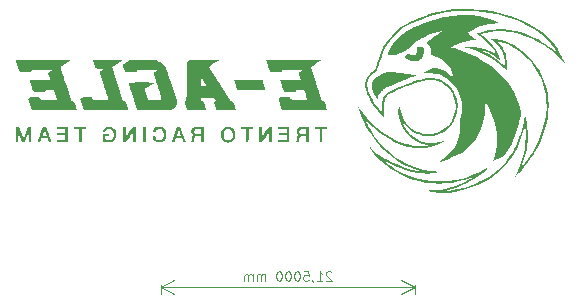
<source format=gbo>
%TF.GenerationSoftware,KiCad,Pcbnew,6.0.2+dfsg-1*%
%TF.CreationDate,2023-05-25T22:22:25+02:00*%
%TF.ProjectId,dclink,64636c69-6e6b-42e6-9b69-6361645f7063,V0*%
%TF.SameCoordinates,Original*%
%TF.FileFunction,Legend,Bot*%
%TF.FilePolarity,Positive*%
%FSLAX46Y46*%
G04 Gerber Fmt 4.6, Leading zero omitted, Abs format (unit mm)*
G04 Created by KiCad (PCBNEW 6.0.2+dfsg-1) date 2023-05-25 22:22:25*
%MOMM*%
%LPD*%
G01*
G04 APERTURE LIST*
%ADD10C,0.120000*%
%ADD11C,0.300000*%
%ADD12C,12.708000*%
%ADD13C,12.200000*%
%ADD14O,4.500000X4.000000*%
G04 APERTURE END LIST*
D10*
X153545238Y-126168095D02*
X153507142Y-126130000D01*
X153430952Y-126091904D01*
X153240476Y-126091904D01*
X153164285Y-126130000D01*
X153126190Y-126168095D01*
X153088095Y-126244285D01*
X153088095Y-126320476D01*
X153126190Y-126434761D01*
X153583333Y-126891904D01*
X153088095Y-126891904D01*
X152326190Y-126891904D02*
X152783333Y-126891904D01*
X152554761Y-126891904D02*
X152554761Y-126091904D01*
X152630952Y-126206190D01*
X152707142Y-126282380D01*
X152783333Y-126320476D01*
X151945238Y-126853809D02*
X151945238Y-126891904D01*
X151983333Y-126968095D01*
X152021428Y-127006190D01*
X151221428Y-126091904D02*
X151602380Y-126091904D01*
X151640476Y-126472857D01*
X151602380Y-126434761D01*
X151526190Y-126396666D01*
X151335714Y-126396666D01*
X151259523Y-126434761D01*
X151221428Y-126472857D01*
X151183333Y-126549047D01*
X151183333Y-126739523D01*
X151221428Y-126815714D01*
X151259523Y-126853809D01*
X151335714Y-126891904D01*
X151526190Y-126891904D01*
X151602380Y-126853809D01*
X151640476Y-126815714D01*
X150688095Y-126091904D02*
X150611904Y-126091904D01*
X150535714Y-126130000D01*
X150497619Y-126168095D01*
X150459523Y-126244285D01*
X150421428Y-126396666D01*
X150421428Y-126587142D01*
X150459523Y-126739523D01*
X150497619Y-126815714D01*
X150535714Y-126853809D01*
X150611904Y-126891904D01*
X150688095Y-126891904D01*
X150764285Y-126853809D01*
X150802380Y-126815714D01*
X150840476Y-126739523D01*
X150878571Y-126587142D01*
X150878571Y-126396666D01*
X150840476Y-126244285D01*
X150802380Y-126168095D01*
X150764285Y-126130000D01*
X150688095Y-126091904D01*
X149926190Y-126091904D02*
X149850000Y-126091904D01*
X149773809Y-126130000D01*
X149735714Y-126168095D01*
X149697619Y-126244285D01*
X149659523Y-126396666D01*
X149659523Y-126587142D01*
X149697619Y-126739523D01*
X149735714Y-126815714D01*
X149773809Y-126853809D01*
X149850000Y-126891904D01*
X149926190Y-126891904D01*
X150002380Y-126853809D01*
X150040476Y-126815714D01*
X150078571Y-126739523D01*
X150116666Y-126587142D01*
X150116666Y-126396666D01*
X150078571Y-126244285D01*
X150040476Y-126168095D01*
X150002380Y-126130000D01*
X149926190Y-126091904D01*
X149164285Y-126091904D02*
X149088095Y-126091904D01*
X149011904Y-126130000D01*
X148973809Y-126168095D01*
X148935714Y-126244285D01*
X148897619Y-126396666D01*
X148897619Y-126587142D01*
X148935714Y-126739523D01*
X148973809Y-126815714D01*
X149011904Y-126853809D01*
X149088095Y-126891904D01*
X149164285Y-126891904D01*
X149240476Y-126853809D01*
X149278571Y-126815714D01*
X149316666Y-126739523D01*
X149354761Y-126587142D01*
X149354761Y-126396666D01*
X149316666Y-126244285D01*
X149278571Y-126168095D01*
X149240476Y-126130000D01*
X149164285Y-126091904D01*
X147945238Y-126891904D02*
X147945238Y-126358571D01*
X147945238Y-126434761D02*
X147907142Y-126396666D01*
X147830952Y-126358571D01*
X147716666Y-126358571D01*
X147640476Y-126396666D01*
X147602380Y-126472857D01*
X147602380Y-126891904D01*
X147602380Y-126472857D02*
X147564285Y-126396666D01*
X147488095Y-126358571D01*
X147373809Y-126358571D01*
X147297619Y-126396666D01*
X147259523Y-126472857D01*
X147259523Y-126891904D01*
X146878571Y-126891904D02*
X146878571Y-126358571D01*
X146878571Y-126434761D02*
X146840476Y-126396666D01*
X146764285Y-126358571D01*
X146650000Y-126358571D01*
X146573809Y-126396666D01*
X146535714Y-126472857D01*
X146535714Y-126891904D01*
X146535714Y-126472857D02*
X146497619Y-126396666D01*
X146421428Y-126358571D01*
X146307142Y-126358571D01*
X146230952Y-126396666D01*
X146192857Y-126472857D01*
X146192857Y-126891904D01*
X160600000Y-127250000D02*
X160600000Y-128036420D01*
X139100000Y-127250000D02*
X139100000Y-128036420D01*
X160600000Y-127450000D02*
X139100000Y-127450000D01*
X160600000Y-127450000D02*
X139100000Y-127450000D01*
X160600000Y-127450000D02*
X159473496Y-126863579D01*
X160600000Y-127450000D02*
X159473496Y-128036421D01*
X139100000Y-127450000D02*
X140226504Y-128036421D01*
X139100000Y-127450000D02*
X140226504Y-126863579D01*
D11*
%TO.C, *%
G36*
X137860000Y-115180000D02*
G01*
X137620000Y-115180000D01*
X137620000Y-113880000D01*
X137860000Y-113880000D01*
X137860000Y-115180000D01*
G37*
G36*
X127806364Y-108203049D02*
G01*
X128049658Y-108203191D01*
X128311657Y-108203448D01*
X128589883Y-108203821D01*
X128881859Y-108204310D01*
X129185108Y-108204917D01*
X131536716Y-108210000D01*
X131083358Y-108498514D01*
X131082291Y-108499194D01*
X130962053Y-108575763D01*
X130853195Y-108645182D01*
X130760193Y-108704587D01*
X130687522Y-108751118D01*
X130639656Y-108781913D01*
X130621072Y-108794110D01*
X130620376Y-108794777D01*
X130619116Y-108798324D01*
X130619576Y-108806156D01*
X130622526Y-108820680D01*
X130628736Y-108844306D01*
X130638974Y-108879442D01*
X130654011Y-108928495D01*
X130674617Y-108993873D01*
X130701560Y-109077984D01*
X130735611Y-109183238D01*
X130777539Y-109312041D01*
X130828114Y-109466802D01*
X130888106Y-109649929D01*
X130958284Y-109863830D01*
X131039417Y-110110913D01*
X131132276Y-110393587D01*
X131540839Y-111637174D01*
X131609100Y-111659702D01*
X131648796Y-111675790D01*
X131708023Y-111715466D01*
X131760500Y-111775183D01*
X131809384Y-111859822D01*
X131857831Y-111974264D01*
X131908999Y-112123390D01*
X131924521Y-112172315D01*
X131954340Y-112267716D01*
X131978283Y-112346248D01*
X131994215Y-112400845D01*
X132000000Y-112424441D01*
X131997562Y-112425229D01*
X131964646Y-112427420D01*
X131895431Y-112429509D01*
X131792659Y-112431472D01*
X131659070Y-112433288D01*
X131497406Y-112434935D01*
X131310408Y-112436389D01*
X131100816Y-112437629D01*
X130871372Y-112438633D01*
X130624816Y-112439377D01*
X130363889Y-112439840D01*
X130091333Y-112440000D01*
X128182665Y-112440000D01*
X128052656Y-112035000D01*
X128021395Y-111937535D01*
X127980007Y-111807724D01*
X127948919Y-111708253D01*
X127926897Y-111634348D01*
X127912707Y-111581235D01*
X127905117Y-111544140D01*
X127902893Y-111518289D01*
X127904802Y-111498908D01*
X127909612Y-111481224D01*
X127913345Y-111470659D01*
X127930555Y-111441121D01*
X127959075Y-111418636D01*
X128003681Y-111402289D01*
X128069148Y-111391166D01*
X128160255Y-111384353D01*
X128281778Y-111380935D01*
X128438494Y-111380000D01*
X128838973Y-111380000D01*
X128867526Y-111435215D01*
X128875997Y-111448788D01*
X128919565Y-111494953D01*
X128975763Y-111535215D01*
X128987297Y-111541589D01*
X129010333Y-111552777D01*
X129036175Y-111561551D01*
X129069472Y-111568204D01*
X129114874Y-111573029D01*
X129177029Y-111576320D01*
X129260587Y-111578370D01*
X129370197Y-111579470D01*
X129510508Y-111579916D01*
X129686170Y-111580000D01*
X130316894Y-111580000D01*
X130036556Y-110740000D01*
X129743278Y-110740294D01*
X129615224Y-110741341D01*
X129513443Y-110745571D01*
X129441337Y-110754809D01*
X129393608Y-110770888D01*
X129364958Y-110795640D01*
X129350089Y-110830899D01*
X129343703Y-110878496D01*
X129337405Y-110966057D01*
X128943703Y-110952244D01*
X128937777Y-110952034D01*
X128811242Y-110946648D01*
X128694074Y-110940053D01*
X128593927Y-110932801D01*
X128518457Y-110925443D01*
X128475319Y-110918530D01*
X128454161Y-110912625D01*
X128410844Y-110897033D01*
X128374410Y-110875339D01*
X128342195Y-110842954D01*
X128311538Y-110795287D01*
X128279772Y-110727748D01*
X128244236Y-110635747D01*
X128202266Y-110514694D01*
X128151197Y-110360000D01*
X128004255Y-109910000D01*
X128882128Y-109904791D01*
X129011044Y-109903867D01*
X129185497Y-109902077D01*
X129344200Y-109899824D01*
X129483111Y-109897198D01*
X129598188Y-109894293D01*
X129685389Y-109891199D01*
X129740674Y-109888009D01*
X129760000Y-109884815D01*
X129758976Y-109879542D01*
X129748423Y-109842922D01*
X129728258Y-109778427D01*
X129700737Y-109693192D01*
X129668118Y-109594352D01*
X129654884Y-109554068D01*
X129625040Y-109458313D01*
X129602245Y-109377976D01*
X129588534Y-109320509D01*
X129585941Y-109293365D01*
X129595686Y-109281937D01*
X129634169Y-109251180D01*
X129694169Y-109209477D01*
X129767824Y-109162487D01*
X129818369Y-109131116D01*
X129881119Y-109090908D01*
X129924074Y-109061756D01*
X129940000Y-109048450D01*
X129933436Y-109047401D01*
X129892847Y-109045682D01*
X129818740Y-109044116D01*
X129715218Y-109042742D01*
X129586388Y-109041604D01*
X129436353Y-109040740D01*
X129269219Y-109040191D01*
X129089091Y-109040000D01*
X128238182Y-109040000D01*
X128186857Y-109091325D01*
X128169976Y-109109420D01*
X128146013Y-109152681D01*
X128147753Y-109203763D01*
X128159976Y-109264875D01*
X127764988Y-109250932D01*
X127758603Y-109250705D01*
X127631580Y-109245266D01*
X127513675Y-109238607D01*
X127412605Y-109231285D01*
X127336088Y-109223855D01*
X127291840Y-109216873D01*
X127283424Y-109214652D01*
X127236405Y-109198911D01*
X127196640Y-109176562D01*
X127161497Y-109143062D01*
X127128343Y-109093870D01*
X127094546Y-109024442D01*
X127057473Y-108930234D01*
X127014491Y-108806704D01*
X126962970Y-108649310D01*
X126939816Y-108577139D01*
X126902459Y-108459180D01*
X126870921Y-108357653D01*
X126846847Y-108277957D01*
X126831886Y-108225490D01*
X126827682Y-108205651D01*
X126835141Y-108205217D01*
X126878134Y-108204574D01*
X126957173Y-108204041D01*
X127069782Y-108203619D01*
X127213483Y-108203308D01*
X127385799Y-108203108D01*
X127584251Y-108203022D01*
X127806364Y-108203049D01*
G37*
G36*
X146940000Y-114080000D02*
G01*
X146540000Y-114080000D01*
X146540000Y-114616980D01*
X146539520Y-114759629D01*
X146538171Y-114888986D01*
X146536081Y-114999710D01*
X146533381Y-115086459D01*
X146530200Y-115143891D01*
X146526667Y-115166666D01*
X146513556Y-115171733D01*
X146468910Y-115177681D01*
X146406667Y-115180000D01*
X146300000Y-115180000D01*
X146300000Y-114080000D01*
X145880000Y-114080000D01*
X145880000Y-113880000D01*
X146940000Y-113880000D01*
X146940000Y-114080000D01*
G37*
G36*
X161299410Y-107086178D02*
G01*
X161326589Y-107097988D01*
X161341329Y-107122218D01*
X161349713Y-107160633D01*
X161357824Y-107215000D01*
X161368543Y-107284833D01*
X161379732Y-107362935D01*
X161387025Y-107420000D01*
X161388372Y-107434930D01*
X161386961Y-107538916D01*
X161371788Y-107658167D01*
X161345813Y-107774883D01*
X161311994Y-107871265D01*
X161302612Y-107890859D01*
X161219321Y-108020892D01*
X161109768Y-108137110D01*
X160983485Y-108230806D01*
X160850000Y-108293275D01*
X160798549Y-108304686D01*
X160701467Y-108313139D01*
X160580000Y-108313181D01*
X160492542Y-108308667D01*
X160403699Y-108297508D01*
X160321487Y-108276808D01*
X160227356Y-108242869D01*
X160194814Y-108229096D01*
X160118316Y-108191971D01*
X160031856Y-108145481D01*
X159943031Y-108094223D01*
X159859435Y-108042793D01*
X159788665Y-107995788D01*
X159738317Y-107957803D01*
X159715985Y-107933436D01*
X159723313Y-107922772D01*
X159758490Y-107894880D01*
X159816353Y-107855847D01*
X159889972Y-107810565D01*
X160069943Y-107704259D01*
X160145809Y-107742963D01*
X160260547Y-107786978D01*
X160382857Y-107807653D01*
X160500697Y-107803902D01*
X160604758Y-107776047D01*
X160685734Y-107724405D01*
X160726254Y-107673070D01*
X160769132Y-107573331D01*
X160793303Y-107447901D01*
X160797051Y-107303269D01*
X160790000Y-107150881D01*
X161020000Y-107116931D01*
X161082403Y-107107607D01*
X161183400Y-107092754D01*
X161253708Y-107085022D01*
X161299410Y-107086178D01*
G37*
G36*
X137596437Y-108204441D02*
G01*
X137645192Y-108204738D01*
X137870331Y-108206176D01*
X138059765Y-108207602D01*
X138217083Y-108209170D01*
X138345875Y-108211033D01*
X138449731Y-108213342D01*
X138532239Y-108216253D01*
X138596990Y-108219916D01*
X138647572Y-108224486D01*
X138687574Y-108230115D01*
X138720587Y-108236957D01*
X138750199Y-108245164D01*
X138780000Y-108254889D01*
X138828281Y-108272468D01*
X139006460Y-108358006D01*
X139175008Y-108469913D01*
X139326336Y-108601803D01*
X139452854Y-108747294D01*
X139546971Y-108900000D01*
X139553044Y-108913461D01*
X139576282Y-108972409D01*
X139609945Y-109064411D01*
X139652802Y-109185847D01*
X139703621Y-109333101D01*
X139761170Y-109502554D01*
X139824215Y-109690588D01*
X139891526Y-109893585D01*
X139961870Y-110107928D01*
X140034014Y-110330000D01*
X140447717Y-111610000D01*
X140448859Y-111810000D01*
X140448932Y-111849264D01*
X140446861Y-111936256D01*
X140440107Y-111998413D01*
X140426976Y-112046851D01*
X140405773Y-112092689D01*
X140357281Y-112169902D01*
X140258863Y-112273240D01*
X140132657Y-112352071D01*
X139974987Y-112409097D01*
X139968013Y-112410835D01*
X139937212Y-112416318D01*
X139893857Y-112421048D01*
X139835203Y-112425077D01*
X139758504Y-112428463D01*
X139661018Y-112431257D01*
X139539999Y-112433516D01*
X139392703Y-112435294D01*
X139216385Y-112436645D01*
X139008301Y-112437624D01*
X138765707Y-112438285D01*
X138485857Y-112438683D01*
X137101714Y-112440000D01*
X136981845Y-112065000D01*
X136946939Y-111955771D01*
X136837238Y-111612075D01*
X136739707Y-111305814D01*
X136654201Y-111036519D01*
X136580573Y-110803724D01*
X136518675Y-110606958D01*
X136468360Y-110445756D01*
X136429482Y-110319648D01*
X136401895Y-110228166D01*
X136385450Y-110170842D01*
X136380000Y-110147208D01*
X136380963Y-110144526D01*
X136391753Y-110138906D01*
X136416820Y-110134180D01*
X136459022Y-110130276D01*
X136521217Y-110127123D01*
X136606263Y-110124651D01*
X136717017Y-110122787D01*
X136856339Y-110121461D01*
X137027086Y-110120602D01*
X137232115Y-110120138D01*
X137474286Y-110120000D01*
X137644552Y-110120056D01*
X137858813Y-110120373D01*
X138037836Y-110121033D01*
X138184437Y-110122108D01*
X138301431Y-110123670D01*
X138391633Y-110125792D01*
X138457857Y-110128545D01*
X138502920Y-110132002D01*
X138529636Y-110136235D01*
X138540819Y-110141316D01*
X138539286Y-110147318D01*
X138535619Y-110150326D01*
X138501926Y-110173377D01*
X138440924Y-110212414D01*
X138358207Y-110263944D01*
X138259368Y-110324471D01*
X138150000Y-110390502D01*
X138118904Y-110409176D01*
X138012508Y-110473513D01*
X137918575Y-110530975D01*
X137842585Y-110578171D01*
X137790015Y-110611705D01*
X137766344Y-110628184D01*
X137758465Y-110643480D01*
X137759227Y-110679125D01*
X137772672Y-110739172D01*
X137799860Y-110830000D01*
X137805699Y-110848398D01*
X137835521Y-110942668D01*
X137872177Y-111058873D01*
X137911561Y-111183991D01*
X137949570Y-111305000D01*
X138042108Y-111600000D01*
X138556054Y-111599705D01*
X138663927Y-111599488D01*
X138814774Y-111598173D01*
X138932382Y-111595090D01*
X139020976Y-111589575D01*
X139084784Y-111580966D01*
X139128032Y-111568600D01*
X139154946Y-111551813D01*
X139169752Y-111529943D01*
X139176676Y-111502326D01*
X139174829Y-111488183D01*
X139162416Y-111437586D01*
X139139398Y-111354956D01*
X139106862Y-111243889D01*
X139065897Y-111107982D01*
X139017591Y-110950832D01*
X138963032Y-110776036D01*
X138903309Y-110587192D01*
X138839510Y-110387897D01*
X138795621Y-110251149D01*
X138734740Y-110059858D01*
X138678752Y-109882067D01*
X138628728Y-109721279D01*
X138585740Y-109581001D01*
X138550858Y-109464736D01*
X138525154Y-109375989D01*
X138509698Y-109318265D01*
X138505561Y-109295070D01*
X138517747Y-109282400D01*
X138559582Y-109252809D01*
X138623299Y-109213657D01*
X138700997Y-109170000D01*
X138886538Y-109070000D01*
X138030090Y-109064782D01*
X138012673Y-109064676D01*
X137796146Y-109063417D01*
X137616023Y-109062816D01*
X137468954Y-109063315D01*
X137351589Y-109065359D01*
X137260577Y-109069389D01*
X137192569Y-109075849D01*
X137144215Y-109085183D01*
X137112164Y-109097833D01*
X137093068Y-109114243D01*
X137083575Y-109134855D01*
X137080336Y-109160113D01*
X137080000Y-109190461D01*
X137080000Y-109260000D01*
X136703631Y-109260000D01*
X136604342Y-109259496D01*
X136454295Y-109255709D01*
X136336228Y-109247469D01*
X136245066Y-109233898D01*
X136175736Y-109214118D01*
X136123161Y-109187249D01*
X136082267Y-109152412D01*
X136072742Y-109139579D01*
X136045477Y-109089670D01*
X136011492Y-109016632D01*
X135974764Y-108930342D01*
X135939273Y-108840677D01*
X135908996Y-108757517D01*
X135887912Y-108690737D01*
X135880000Y-108650217D01*
X135880304Y-108648860D01*
X135900583Y-108627634D01*
X135948979Y-108589474D01*
X136020349Y-108538097D01*
X136109549Y-108477223D01*
X136211437Y-108410571D01*
X136542873Y-108198043D01*
X137596437Y-108204441D01*
G37*
G36*
X136164639Y-114348307D02*
G01*
X136170000Y-114816614D01*
X136459366Y-114348307D01*
X136748731Y-113880000D01*
X137000000Y-113880000D01*
X137000000Y-114516666D01*
X136999880Y-114602139D01*
X136999063Y-114751501D01*
X136997558Y-114885258D01*
X136995466Y-114998533D01*
X136992887Y-115086445D01*
X136989921Y-115144116D01*
X136986667Y-115166666D01*
X136977176Y-115170967D01*
X136935915Y-115177448D01*
X136876667Y-115180000D01*
X136780000Y-115180000D01*
X136780000Y-114706666D01*
X136779725Y-114616708D01*
X136778376Y-114494619D01*
X136776056Y-114391403D01*
X136772938Y-114312341D01*
X136769196Y-114262714D01*
X136765000Y-114247806D01*
X136751329Y-114267312D01*
X136719412Y-114316423D01*
X136672247Y-114390462D01*
X136612747Y-114484829D01*
X136543825Y-114594921D01*
X136468397Y-114716139D01*
X136186793Y-115170000D01*
X136063397Y-115175954D01*
X135940000Y-115181908D01*
X135940000Y-113880000D01*
X136159277Y-113880000D01*
X136164639Y-114348307D01*
G37*
G36*
X148500000Y-115180000D02*
G01*
X148280724Y-115180000D01*
X148275362Y-114711692D01*
X148270000Y-114243385D01*
X147980124Y-114712520D01*
X147690247Y-115181655D01*
X147570124Y-115175827D01*
X147450000Y-115170000D01*
X147450000Y-113890000D01*
X147670000Y-113890000D01*
X147680000Y-114345310D01*
X147690000Y-114800621D01*
X147971472Y-114345310D01*
X148252943Y-113890000D01*
X148376472Y-113884045D01*
X148500000Y-113878091D01*
X148500000Y-115180000D01*
G37*
G36*
X139066305Y-113871554D02*
G01*
X139143015Y-113877627D01*
X139200464Y-113889722D01*
X139249337Y-113909336D01*
X139261366Y-113915542D01*
X139368339Y-113991761D01*
X139463625Y-114095891D01*
X139537041Y-114217040D01*
X139551666Y-114249446D01*
X139571631Y-114304174D01*
X139583164Y-114360697D01*
X139588395Y-114431733D01*
X139589453Y-114530000D01*
X139589446Y-114532459D01*
X139587274Y-114635272D01*
X139580331Y-114710514D01*
X139566803Y-114770260D01*
X139544875Y-114826590D01*
X139539795Y-114837566D01*
X139464601Y-114966377D01*
X139372302Y-115064330D01*
X139256071Y-115138806D01*
X139220886Y-115155811D01*
X139149569Y-115183463D01*
X139080130Y-115196321D01*
X138991806Y-115199122D01*
X138915362Y-115195468D01*
X138834442Y-115185458D01*
X138774960Y-115171464D01*
X138663136Y-115114148D01*
X138561719Y-115022533D01*
X138486370Y-114906704D01*
X138442585Y-114773247D01*
X138425165Y-114680000D01*
X138651704Y-114680000D01*
X138676478Y-114772625D01*
X138721227Y-114876317D01*
X138788440Y-114952112D01*
X138871688Y-114999561D01*
X138964588Y-115018372D01*
X139060754Y-115008253D01*
X139153801Y-114968912D01*
X139237345Y-114900055D01*
X139305000Y-114801392D01*
X139320463Y-114769493D01*
X139345015Y-114703649D01*
X139356901Y-114634453D01*
X139360000Y-114543734D01*
X139356325Y-114441239D01*
X139338666Y-114331903D01*
X139303671Y-114242727D01*
X139248338Y-114163478D01*
X139173718Y-114097860D01*
X139071268Y-114052832D01*
X138959469Y-114042991D01*
X138846408Y-114070212D01*
X138845547Y-114070572D01*
X138778748Y-114107024D01*
X138730518Y-114157589D01*
X138688670Y-114235000D01*
X138671333Y-114269191D01*
X138649143Y-114290121D01*
X138611891Y-114298484D01*
X138547115Y-114300000D01*
X138434767Y-114300000D01*
X138446886Y-114225316D01*
X138454325Y-114192895D01*
X138499481Y-114096545D01*
X138573585Y-114005699D01*
X138669014Y-113930473D01*
X138672863Y-113928097D01*
X138719683Y-113901105D01*
X138761363Y-113884078D01*
X138809187Y-113874737D01*
X138874437Y-113870804D01*
X138968396Y-113870000D01*
X139066305Y-113871554D01*
G37*
G36*
X145093580Y-111660859D02*
G01*
X145108503Y-111666121D01*
X145168320Y-111693837D01*
X145217845Y-111732011D01*
X145260893Y-111786357D01*
X145301283Y-111862586D01*
X145342830Y-111966412D01*
X145389352Y-112103548D01*
X145404987Y-112151945D01*
X145436396Y-112249068D01*
X145462674Y-112330188D01*
X145481438Y-112387950D01*
X145490303Y-112415000D01*
X145489283Y-112418605D01*
X145474323Y-112424342D01*
X145439928Y-112429027D01*
X145383161Y-112432749D01*
X145301084Y-112435595D01*
X145190759Y-112437655D01*
X145049250Y-112439017D01*
X144873618Y-112439769D01*
X144660926Y-112440000D01*
X143823107Y-112440000D01*
X143760208Y-112235000D01*
X143742732Y-112178052D01*
X143712524Y-112079641D01*
X143685458Y-111991503D01*
X143665829Y-111927621D01*
X143647881Y-111853724D01*
X143647436Y-111778303D01*
X143675132Y-111724661D01*
X143732380Y-111687716D01*
X143803336Y-111658069D01*
X143768253Y-111604034D01*
X143766636Y-111601543D01*
X143730119Y-111545083D01*
X143691585Y-111485247D01*
X143650000Y-111420495D01*
X143084046Y-111420247D01*
X142518092Y-111420000D01*
X142524046Y-111543804D01*
X142524800Y-111559162D01*
X142529475Y-111621026D01*
X142538996Y-111655419D01*
X142558586Y-111672888D01*
X142593471Y-111683979D01*
X142605489Y-111687340D01*
X142655524Y-111709193D01*
X142699264Y-111745214D01*
X142739815Y-111800354D01*
X142780285Y-111879561D01*
X142823780Y-111987788D01*
X142873407Y-112129982D01*
X142976977Y-112440000D01*
X141321272Y-112440000D01*
X141218873Y-112118385D01*
X141215071Y-112106426D01*
X141174377Y-111974696D01*
X141147112Y-111874888D01*
X141133145Y-111801718D01*
X141132341Y-111749902D01*
X141144568Y-111714153D01*
X141169693Y-111689188D01*
X141207583Y-111669721D01*
X141273742Y-111642078D01*
X141286871Y-111397899D01*
X141287339Y-111388379D01*
X141289618Y-111317808D01*
X141291762Y-111212258D01*
X141293736Y-111075917D01*
X141295502Y-110912972D01*
X141297027Y-110727608D01*
X141298275Y-110524014D01*
X141298636Y-110440000D01*
X142500000Y-110440000D01*
X142760000Y-110440000D01*
X142779222Y-110439974D01*
X142873423Y-110439039D01*
X142949904Y-110436963D01*
X143001239Y-110434017D01*
X143020000Y-110430474D01*
X143014607Y-110420490D01*
X142991091Y-110381660D01*
X142952217Y-110318967D01*
X142901600Y-110238112D01*
X142842853Y-110144798D01*
X142779587Y-110044725D01*
X142715417Y-109943595D01*
X142653956Y-109847112D01*
X142598817Y-109760975D01*
X142553613Y-109690887D01*
X142521958Y-109642550D01*
X142507464Y-109621666D01*
X142506788Y-109622606D01*
X142504626Y-109649718D01*
X142502761Y-109709413D01*
X142501298Y-109795958D01*
X142500342Y-109903620D01*
X142500000Y-110026666D01*
X142500000Y-110440000D01*
X141298636Y-110440000D01*
X141299210Y-110306376D01*
X141299797Y-110078881D01*
X141300000Y-109845716D01*
X141300024Y-109757881D01*
X141300505Y-109463698D01*
X141301619Y-109208465D01*
X141303379Y-108991361D01*
X141305797Y-108811568D01*
X141308886Y-108668264D01*
X141312660Y-108560630D01*
X141317132Y-108487846D01*
X141322315Y-108449092D01*
X141343518Y-108390215D01*
X141405664Y-108303154D01*
X141494263Y-108241607D01*
X141603219Y-108210748D01*
X141639337Y-108208684D01*
X141712755Y-108206812D01*
X141818653Y-108205271D01*
X141953171Y-108204082D01*
X142112450Y-108203263D01*
X142292632Y-108202835D01*
X142489857Y-108202816D01*
X142700266Y-108203227D01*
X142920000Y-108204086D01*
X144130000Y-108210000D01*
X143655410Y-108506045D01*
X143180819Y-108802090D01*
X143227849Y-108876045D01*
X143231216Y-108881317D01*
X143255654Y-108919384D01*
X143299480Y-108987521D01*
X143360948Y-109083018D01*
X143438313Y-109203167D01*
X143529829Y-109345256D01*
X143633753Y-109506578D01*
X143748338Y-109684423D01*
X143871840Y-109876081D01*
X144002512Y-110078843D01*
X144138611Y-110290000D01*
X144229157Y-110430474D01*
X145002342Y-111630000D01*
X145093580Y-111660859D01*
G37*
G36*
X158607172Y-116841843D02*
G01*
X158863018Y-116963538D01*
X159261633Y-117135037D01*
X159660197Y-117285336D01*
X160052153Y-117412199D01*
X160430940Y-117513387D01*
X160790000Y-117586662D01*
X160800933Y-117588505D01*
X160931601Y-117609903D01*
X161023924Y-117623520D01*
X161078749Y-117629271D01*
X161096922Y-117627074D01*
X161079290Y-117616846D01*
X161026701Y-117598504D01*
X160940000Y-117571965D01*
X160837683Y-117540765D01*
X160411275Y-117392338D01*
X159999922Y-117219955D01*
X159704838Y-117075628D01*
X159261315Y-116822678D01*
X158833201Y-116534117D01*
X158421940Y-116211287D01*
X158028977Y-115855527D01*
X157655757Y-115468179D01*
X157303725Y-115050581D01*
X156974325Y-114604074D01*
X156669002Y-114130000D01*
X156514823Y-113858642D01*
X156333786Y-113496994D01*
X156165706Y-113110705D01*
X156342816Y-113110705D01*
X156348873Y-113134479D01*
X156370876Y-113187401D01*
X156406020Y-113263879D01*
X156451497Y-113358320D01*
X156504501Y-113465132D01*
X156562224Y-113578724D01*
X156621861Y-113693501D01*
X156680604Y-113803872D01*
X156735646Y-113904245D01*
X156784182Y-113989027D01*
X156884383Y-114154784D01*
X157195822Y-114624282D01*
X157529498Y-115062909D01*
X157884514Y-115469976D01*
X158259973Y-115844799D01*
X158654976Y-116186690D01*
X159068626Y-116494962D01*
X159500026Y-116768929D01*
X159948277Y-117007905D01*
X160412482Y-117211202D01*
X160891744Y-117378135D01*
X161385164Y-117508017D01*
X161392710Y-117509691D01*
X161552819Y-117543771D01*
X161702597Y-117572319D01*
X161850429Y-117596476D01*
X162004701Y-117617382D01*
X162173797Y-117636181D01*
X162366102Y-117654012D01*
X162590000Y-117672018D01*
X162591125Y-117672104D01*
X162665378Y-117678476D01*
X162711326Y-117684987D01*
X162727131Y-117692825D01*
X162710957Y-117703182D01*
X162660965Y-117717248D01*
X162575316Y-117736212D01*
X162452174Y-117761264D01*
X162445565Y-117762579D01*
X162093903Y-117813697D01*
X161721455Y-117832563D01*
X161330569Y-117819515D01*
X160923594Y-117774895D01*
X160502875Y-117699042D01*
X160070762Y-117592297D01*
X159629602Y-117454998D01*
X159181742Y-117287488D01*
X159099842Y-117253318D01*
X158953303Y-117188879D01*
X158789997Y-117113962D01*
X158618869Y-117032889D01*
X158448861Y-116949980D01*
X158288917Y-116869556D01*
X158147983Y-116795940D01*
X158035000Y-116733451D01*
X158000578Y-116713718D01*
X157938727Y-116679186D01*
X157895966Y-116656616D01*
X157880000Y-116650150D01*
X157890336Y-116662462D01*
X157927516Y-116695714D01*
X157986420Y-116744834D01*
X158061424Y-116805348D01*
X158146907Y-116872783D01*
X158237245Y-116942664D01*
X158326817Y-117010518D01*
X158410000Y-117071872D01*
X158597915Y-117204502D01*
X159057515Y-117499056D01*
X159522765Y-117754821D01*
X159995679Y-117972585D01*
X160478269Y-118153136D01*
X160972546Y-118297261D01*
X161480523Y-118405750D01*
X162004212Y-118479390D01*
X162082878Y-118486070D01*
X162223530Y-118493263D01*
X162388911Y-118497694D01*
X162570083Y-118499426D01*
X162758110Y-118498521D01*
X162944052Y-118495039D01*
X163118973Y-118489043D01*
X163273935Y-118480594D01*
X163400000Y-118469754D01*
X163495342Y-118458664D01*
X164043042Y-118373025D01*
X164578322Y-118250986D01*
X165104218Y-118091649D01*
X165623765Y-117894112D01*
X166140000Y-117657476D01*
X166184973Y-117635012D01*
X166379222Y-117535265D01*
X166550343Y-117442060D01*
X166710036Y-117348854D01*
X166870000Y-117249100D01*
X166880870Y-117242156D01*
X166906314Y-117227357D01*
X166910801Y-117230889D01*
X166893036Y-117257092D01*
X166851723Y-117310304D01*
X166754675Y-117425545D01*
X166576376Y-117608230D01*
X166367247Y-117794107D01*
X166132168Y-117979405D01*
X165876015Y-118160355D01*
X165603667Y-118333188D01*
X165320000Y-118494132D01*
X165027355Y-118641026D01*
X164655724Y-118805342D01*
X164253876Y-118961541D01*
X163826929Y-119107652D01*
X163380000Y-119241702D01*
X163333620Y-119254845D01*
X163244989Y-119281561D01*
X163193092Y-119300356D01*
X163178369Y-119311372D01*
X163201259Y-119314752D01*
X163262201Y-119310637D01*
X163361635Y-119299170D01*
X163500000Y-119280492D01*
X163779244Y-119237877D01*
X164305202Y-119137749D01*
X164803150Y-119015073D01*
X165277194Y-118868648D01*
X165731441Y-118697274D01*
X166170000Y-118499749D01*
X166189445Y-118490224D01*
X166556351Y-118297673D01*
X166894855Y-118093497D01*
X167215782Y-117870714D01*
X167529953Y-117622342D01*
X167631969Y-117534857D01*
X167985700Y-117198245D01*
X168314452Y-116831414D01*
X168616708Y-116436306D01*
X168890946Y-116014863D01*
X169135650Y-115569028D01*
X169155069Y-115529794D01*
X169259981Y-115301094D01*
X169366473Y-115042705D01*
X169471506Y-114763015D01*
X169572042Y-114470409D01*
X169665043Y-114173275D01*
X169747471Y-113880000D01*
X169766853Y-113804056D01*
X169795500Y-113684695D01*
X169825068Y-113554703D01*
X169854097Y-113421156D01*
X169881125Y-113291130D01*
X169904691Y-113171700D01*
X169923333Y-113069944D01*
X169935590Y-112992938D01*
X169940001Y-112947757D01*
X169943589Y-112917974D01*
X169957349Y-112891638D01*
X169958948Y-112891208D01*
X169971817Y-112910571D01*
X169989210Y-112965081D01*
X170010303Y-113050886D01*
X170034271Y-113164134D01*
X170060293Y-113300970D01*
X170087542Y-113457543D01*
X170115197Y-113630000D01*
X170119806Y-113660124D01*
X170134268Y-113759345D01*
X170145527Y-113848373D01*
X170153989Y-113934376D01*
X170160061Y-114024526D01*
X170164151Y-114125993D01*
X170166667Y-114245947D01*
X170168016Y-114391559D01*
X170168604Y-114570000D01*
X170168649Y-114662433D01*
X170167736Y-114846490D01*
X170165195Y-115000361D01*
X170160753Y-115130848D01*
X170154137Y-115244750D01*
X170145074Y-115348867D01*
X170133292Y-115450000D01*
X170128156Y-115488638D01*
X170083688Y-115772890D01*
X170027428Y-116063128D01*
X169961624Y-116350153D01*
X169888528Y-116624771D01*
X169810391Y-116877786D01*
X169729464Y-117100000D01*
X169661402Y-117270000D01*
X169752528Y-117171047D01*
X169784814Y-117134803D01*
X169866589Y-117036109D01*
X169962284Y-116913352D01*
X170066946Y-116773228D01*
X170175622Y-116622436D01*
X170283358Y-116467673D01*
X170385200Y-116315636D01*
X170592664Y-115985791D01*
X170880035Y-115475610D01*
X171128615Y-114962712D01*
X171338161Y-114447708D01*
X171508432Y-113931214D01*
X171639187Y-113413842D01*
X171730184Y-112896204D01*
X171748372Y-112742716D01*
X171770829Y-112425355D01*
X171776773Y-112091517D01*
X171766441Y-111754244D01*
X171740069Y-111426575D01*
X171697895Y-111121552D01*
X171688653Y-111069570D01*
X171586373Y-110616609D01*
X171446453Y-110166569D01*
X171270949Y-109724169D01*
X171061918Y-109294127D01*
X170821416Y-108881165D01*
X170551497Y-108490000D01*
X170425972Y-108331874D01*
X170215418Y-108096526D01*
X169981503Y-107864564D01*
X169733269Y-107644317D01*
X169479754Y-107444117D01*
X169230000Y-107272293D01*
X169043522Y-107160733D01*
X168763794Y-107013768D01*
X168476134Y-106884426D01*
X168191288Y-106777424D01*
X167920000Y-106697477D01*
X167915668Y-106696400D01*
X167797582Y-106667534D01*
X167715194Y-106649625D01*
X167665556Y-106643654D01*
X167645714Y-106650599D01*
X167652718Y-106671441D01*
X167683618Y-106707159D01*
X167735461Y-106758732D01*
X167903074Y-106945486D01*
X168061532Y-107178352D01*
X168193835Y-107440458D01*
X168299628Y-107730969D01*
X168378558Y-108049051D01*
X168430268Y-108393871D01*
X168446149Y-108563190D01*
X168457385Y-108754411D01*
X168457654Y-108909157D01*
X168446930Y-109026440D01*
X168434299Y-109102880D01*
X168342150Y-109014963D01*
X168177395Y-108865080D01*
X167926747Y-108657939D01*
X167650100Y-108449624D01*
X167354779Y-108245152D01*
X167048106Y-108049541D01*
X166737405Y-107867807D01*
X166430000Y-107704968D01*
X166295673Y-107639686D01*
X166019102Y-107515962D01*
X165736898Y-107402785D01*
X165644853Y-107370000D01*
X166120000Y-107370000D01*
X166130000Y-107380000D01*
X166140000Y-107370000D01*
X166130000Y-107360000D01*
X166120000Y-107370000D01*
X165644853Y-107370000D01*
X165458412Y-107303593D01*
X165192995Y-107221824D01*
X164950000Y-107160916D01*
X164869048Y-107143289D01*
X164783445Y-107123644D01*
X164728635Y-107108771D01*
X164705931Y-107098110D01*
X164716647Y-107091099D01*
X164762098Y-107087176D01*
X164843598Y-107085782D01*
X164962461Y-107086354D01*
X165120000Y-107088332D01*
X165293621Y-107091911D01*
X165489400Y-107100062D01*
X165662040Y-107113318D01*
X165820982Y-107132896D01*
X165975663Y-107160013D01*
X166135523Y-107195886D01*
X166310000Y-107241732D01*
X166365058Y-107257404D01*
X166567332Y-107321400D01*
X166702118Y-107370000D01*
X166772611Y-107395418D01*
X166972443Y-107475919D01*
X167158375Y-107559365D01*
X167321954Y-107642217D01*
X167454729Y-107720937D01*
X167519457Y-107763583D01*
X167487430Y-107686791D01*
X167380691Y-107470866D01*
X167233339Y-107241664D01*
X167050093Y-107008307D01*
X166832652Y-106772632D01*
X166582715Y-106536477D01*
X166301982Y-106301680D01*
X165992154Y-106070078D01*
X165854307Y-105972426D01*
X165981764Y-105924760D01*
X166032400Y-105906295D01*
X166284160Y-105825867D01*
X166559710Y-105754228D01*
X166846005Y-105694501D01*
X167130000Y-105649810D01*
X167235642Y-105637183D01*
X167695865Y-105606835D01*
X168162061Y-105615551D01*
X168633283Y-105663093D01*
X169108581Y-105749223D01*
X169587008Y-105873704D01*
X170067616Y-106036297D01*
X170549458Y-106236764D01*
X171031584Y-106474867D01*
X171513048Y-106750368D01*
X171638111Y-106828989D01*
X171821467Y-106950526D01*
X172010296Y-107082011D01*
X172196528Y-107217536D01*
X172372094Y-107351195D01*
X172528925Y-107477078D01*
X172658951Y-107589280D01*
X172747901Y-107670000D01*
X172681272Y-107550000D01*
X172601941Y-107414344D01*
X172404964Y-107122489D01*
X172174411Y-106832273D01*
X171914459Y-106548105D01*
X171629288Y-106274394D01*
X171323076Y-106015549D01*
X171000000Y-105775980D01*
X170690406Y-105573382D01*
X170237334Y-105313305D01*
X169755341Y-105075392D01*
X169247482Y-104860461D01*
X168716811Y-104669330D01*
X168166384Y-104502819D01*
X167599255Y-104361745D01*
X167018480Y-104246927D01*
X166427111Y-104159184D01*
X165828206Y-104099333D01*
X165224817Y-104068194D01*
X164620000Y-104066585D01*
X164613397Y-104066733D01*
X164234493Y-104079893D01*
X163882096Y-104102488D01*
X163548617Y-104135929D01*
X163226465Y-104181629D01*
X162908052Y-104241000D01*
X162585788Y-104315455D01*
X162252085Y-104406405D01*
X161899352Y-104515262D01*
X161520000Y-104643440D01*
X161294729Y-104724958D01*
X161059548Y-104815241D01*
X160825388Y-104909953D01*
X160597549Y-105006730D01*
X160381329Y-105103204D01*
X160182028Y-105197011D01*
X160004945Y-105285783D01*
X159855379Y-105367156D01*
X159738630Y-105438763D01*
X159702032Y-105463522D01*
X159381289Y-105704842D01*
X159072570Y-105980558D01*
X158779788Y-106286301D01*
X158506855Y-106617703D01*
X158257685Y-106970392D01*
X158036189Y-107340000D01*
X158032428Y-107347064D01*
X158002407Y-107411705D01*
X157962236Y-107508440D01*
X157913777Y-107632129D01*
X157858895Y-107777637D01*
X157799451Y-107939826D01*
X157737310Y-108113559D01*
X157674333Y-108293698D01*
X157612385Y-108475106D01*
X157553329Y-108652646D01*
X157499026Y-108821180D01*
X157491270Y-108845715D01*
X157455133Y-108959039D01*
X157427488Y-109041357D01*
X157405351Y-109098711D01*
X157385736Y-109137140D01*
X157365659Y-109162687D01*
X157342134Y-109181390D01*
X157312176Y-109199293D01*
X157303244Y-109204451D01*
X157164495Y-109297262D01*
X157022950Y-109413080D01*
X156893096Y-109540123D01*
X156845739Y-109594400D01*
X156728686Y-109767374D01*
X156648159Y-109956614D01*
X156604165Y-110162073D01*
X156596711Y-110383708D01*
X156625802Y-110621472D01*
X156691447Y-110875322D01*
X156719423Y-110955820D01*
X156803080Y-111153420D01*
X156913447Y-111370921D01*
X157047927Y-111604161D01*
X157203921Y-111848975D01*
X157378830Y-112101202D01*
X157570056Y-112356678D01*
X157775000Y-112611239D01*
X157840000Y-112689113D01*
X157840000Y-112497661D01*
X157841475Y-112396224D01*
X157845859Y-112269806D01*
X157852588Y-112131793D01*
X157861093Y-111990783D01*
X157870805Y-111855372D01*
X157881155Y-111734157D01*
X157891573Y-111635734D01*
X157901492Y-111568700D01*
X157903751Y-111557603D01*
X157956943Y-111394164D01*
X158043342Y-111237884D01*
X158156853Y-111099947D01*
X158193878Y-111064366D01*
X158244532Y-111021712D01*
X158302282Y-110981461D01*
X158374521Y-110939015D01*
X158468639Y-110889773D01*
X158592029Y-110829135D01*
X158626673Y-110812454D01*
X158949266Y-110661986D01*
X159279605Y-110516158D01*
X159611700Y-110377274D01*
X159939561Y-110247641D01*
X160257201Y-110129565D01*
X160558629Y-110025352D01*
X160837858Y-109937308D01*
X161088897Y-109867739D01*
X161328025Y-109812987D01*
X161652812Y-109759960D01*
X161952809Y-109737907D01*
X162228320Y-109746825D01*
X162479650Y-109786712D01*
X162707104Y-109857566D01*
X162842896Y-109917214D01*
X163103192Y-110063091D01*
X163343964Y-110240588D01*
X163562389Y-110446142D01*
X163755648Y-110676188D01*
X163920919Y-110927162D01*
X164055381Y-111195498D01*
X164156214Y-111477632D01*
X164220595Y-111770000D01*
X164234785Y-111884024D01*
X164246412Y-112148364D01*
X164231823Y-112419564D01*
X164192070Y-112684443D01*
X164128200Y-112929822D01*
X164050037Y-113137233D01*
X163910991Y-113412882D01*
X163740487Y-113666958D01*
X163541097Y-113897216D01*
X163315393Y-114101410D01*
X163065945Y-114277296D01*
X162795327Y-114422628D01*
X162506109Y-114535160D01*
X162200863Y-114612648D01*
X162127402Y-114624300D01*
X161970431Y-114639089D01*
X161796769Y-114645308D01*
X161620357Y-114642959D01*
X161455137Y-114632044D01*
X161315049Y-114612562D01*
X161192740Y-114585985D01*
X160887546Y-114492384D01*
X160601242Y-114364146D01*
X160335632Y-114202467D01*
X160092518Y-114008543D01*
X159873704Y-113783570D01*
X159680993Y-113528743D01*
X159628971Y-113451401D01*
X159586965Y-113392381D01*
X159563323Y-113365758D01*
X159557606Y-113372370D01*
X159569372Y-113413055D01*
X159598182Y-113488652D01*
X159643596Y-113600000D01*
X159737720Y-113807889D01*
X159899761Y-114096613D01*
X160085216Y-114355164D01*
X160292984Y-114582523D01*
X160521966Y-114777668D01*
X160771060Y-114939580D01*
X161039166Y-115067236D01*
X161325185Y-115159618D01*
X161642098Y-115221283D01*
X161982535Y-115248950D01*
X162334634Y-115239345D01*
X162699280Y-115192441D01*
X163077357Y-115108213D01*
X163079071Y-115108668D01*
X163058567Y-115121325D01*
X163010022Y-115147451D01*
X162938734Y-115184234D01*
X162850000Y-115228862D01*
X162641544Y-115325115D01*
X162268884Y-115463803D01*
X161877767Y-115569569D01*
X161472634Y-115641085D01*
X161353213Y-115651839D01*
X161202932Y-115657641D01*
X161032663Y-115658663D01*
X160852278Y-115655209D01*
X160671648Y-115647584D01*
X160500644Y-115636091D01*
X160349140Y-115621034D01*
X160227006Y-115602718D01*
X160096599Y-115576131D01*
X159684629Y-115468605D01*
X159278307Y-115326011D01*
X158876111Y-115147554D01*
X158476519Y-114932436D01*
X158078009Y-114679860D01*
X157679058Y-114389031D01*
X157278145Y-114059150D01*
X157219214Y-114007106D01*
X157096665Y-113894632D01*
X156967386Y-113771273D01*
X156837520Y-113643230D01*
X156713209Y-113516702D01*
X156600597Y-113397889D01*
X156505826Y-113292990D01*
X156435038Y-113208206D01*
X156433857Y-113206696D01*
X156391232Y-113154906D01*
X156358663Y-113120270D01*
X156343118Y-113110215D01*
X156342816Y-113110705D01*
X156165706Y-113110705D01*
X156163471Y-113105569D01*
X156001638Y-112679501D01*
X156000242Y-112675577D01*
X155952424Y-112540553D01*
X155909395Y-112417910D01*
X155872897Y-112312702D01*
X155844671Y-112229983D01*
X155826458Y-112174810D01*
X155820000Y-112152236D01*
X155820195Y-112151918D01*
X155834578Y-112166512D01*
X155869607Y-112208678D01*
X155922221Y-112274551D01*
X155989364Y-112360264D01*
X156067976Y-112461952D01*
X156155000Y-112575747D01*
X156204497Y-112640625D01*
X156352651Y-112832140D01*
X156485200Y-112998475D01*
X156607386Y-113145684D01*
X156724450Y-113279824D01*
X156841636Y-113406952D01*
X156964186Y-113533123D01*
X157097342Y-113664395D01*
X157433822Y-113973881D01*
X157833015Y-114299900D01*
X158239214Y-114588324D01*
X158651722Y-114838767D01*
X159069838Y-115050846D01*
X159492866Y-115224176D01*
X159920106Y-115358373D01*
X160350859Y-115453054D01*
X160357678Y-115454212D01*
X160469247Y-115468676D01*
X160602411Y-115479236D01*
X160751018Y-115486033D01*
X160908916Y-115489202D01*
X161069956Y-115488883D01*
X161227983Y-115485214D01*
X161376848Y-115478333D01*
X161510399Y-115468378D01*
X161622484Y-115455488D01*
X161706951Y-115439800D01*
X161757649Y-115421453D01*
X161758584Y-115420798D01*
X161750847Y-115411347D01*
X161710700Y-115401565D01*
X161645141Y-115393210D01*
X161544117Y-115379835D01*
X161387355Y-115348512D01*
X161220447Y-115305468D01*
X161057954Y-115254559D01*
X160914437Y-115199644D01*
X160708729Y-115099847D01*
X160452711Y-114939320D01*
X160218198Y-114747270D01*
X160004623Y-114523006D01*
X159811420Y-114265838D01*
X159638023Y-113975075D01*
X159483865Y-113650026D01*
X159348380Y-113290000D01*
X159520000Y-113290000D01*
X159530000Y-113300000D01*
X159540000Y-113290000D01*
X159530000Y-113280000D01*
X159520000Y-113290000D01*
X159348380Y-113290000D01*
X159297749Y-113126398D01*
X159253660Y-112940330D01*
X159230003Y-112764833D01*
X159225262Y-112587625D01*
X159237918Y-112396425D01*
X159249583Y-112288384D01*
X159261977Y-112192427D01*
X159273405Y-112132903D01*
X159284858Y-112107908D01*
X159297327Y-112115542D01*
X159311802Y-112153904D01*
X159329274Y-112221090D01*
X159351894Y-112311508D01*
X159427950Y-112570682D01*
X159518322Y-112825017D01*
X159619421Y-113065723D01*
X159727660Y-113284009D01*
X159731240Y-113290000D01*
X159839451Y-113471085D01*
X159893195Y-113544270D01*
X159969239Y-113636539D01*
X160054962Y-113732424D01*
X160140090Y-113820000D01*
X160178444Y-113856699D01*
X160403197Y-114043801D01*
X160643972Y-114197261D01*
X160905807Y-114319921D01*
X161193737Y-114414624D01*
X161239225Y-114426637D01*
X161306769Y-114442571D01*
X161370271Y-114453742D01*
X161438537Y-114460968D01*
X161520376Y-114465064D01*
X161624595Y-114466848D01*
X161760000Y-114467137D01*
X161833103Y-114466942D01*
X161952374Y-114465652D01*
X162044978Y-114462470D01*
X162119772Y-114456569D01*
X162185615Y-114447120D01*
X162251365Y-114433297D01*
X162325880Y-114414272D01*
X162388239Y-114396724D01*
X162673067Y-114293228D01*
X162935682Y-114159170D01*
X163174747Y-113997346D01*
X163388928Y-113810553D01*
X163576887Y-113601588D01*
X163737290Y-113373248D01*
X163868801Y-113128329D01*
X163970084Y-112869630D01*
X164039803Y-112599946D01*
X164076623Y-112322075D01*
X164079208Y-112038813D01*
X164046223Y-111752958D01*
X163976331Y-111467306D01*
X163868198Y-111184655D01*
X163816064Y-111078635D01*
X163669677Y-110840215D01*
X163492869Y-110618532D01*
X163290569Y-110418155D01*
X163067705Y-110243652D01*
X162829206Y-110099592D01*
X162580000Y-109990544D01*
X162519280Y-109971568D01*
X162362498Y-109938969D01*
X162181101Y-109918992D01*
X161984311Y-109911807D01*
X161781352Y-109917583D01*
X161581447Y-109936491D01*
X161393819Y-109968700D01*
X161324237Y-109984331D01*
X161000527Y-110067477D01*
X160651125Y-110172862D01*
X160280892Y-110298684D01*
X159894690Y-110443146D01*
X159497379Y-110604445D01*
X159093820Y-110780783D01*
X158688874Y-110970359D01*
X158666887Y-110981020D01*
X158546783Y-111040235D01*
X158455822Y-111087616D01*
X158387652Y-111127079D01*
X158335920Y-111162543D01*
X158294273Y-111197928D01*
X158256359Y-111237152D01*
X158176348Y-111338653D01*
X158105346Y-111472544D01*
X158062902Y-111623458D01*
X158058495Y-111653749D01*
X158050728Y-111730630D01*
X158042327Y-111837269D01*
X158033631Y-111967390D01*
X158024980Y-112114714D01*
X158016715Y-112272964D01*
X158009175Y-112435865D01*
X158002701Y-112597139D01*
X157997632Y-112750509D01*
X157994309Y-112889697D01*
X157990000Y-113129395D01*
X157732848Y-112819697D01*
X157502215Y-112535962D01*
X157291229Y-112262587D01*
X157107486Y-112008091D01*
X156948936Y-111769378D01*
X156813527Y-111543357D01*
X156699210Y-111326935D01*
X156603933Y-111117017D01*
X156540114Y-110949876D01*
X156465149Y-110686942D01*
X156427399Y-110438251D01*
X156426905Y-110203438D01*
X156463709Y-109982136D01*
X156537852Y-109773980D01*
X156649375Y-109578604D01*
X156798320Y-109395641D01*
X156844063Y-109349428D01*
X156933442Y-109267021D01*
X157024605Y-109190972D01*
X157103612Y-109133259D01*
X157251887Y-109036519D01*
X157388444Y-108623259D01*
X157409457Y-108559739D01*
X157493096Y-108308757D01*
X157566679Y-108091593D01*
X157631588Y-107904665D01*
X157689201Y-107744388D01*
X157740900Y-107607181D01*
X157788063Y-107489459D01*
X157832071Y-107387639D01*
X157874303Y-107298138D01*
X157916140Y-107217374D01*
X157958961Y-107141763D01*
X157961738Y-107137057D01*
X158180458Y-106792330D01*
X158417949Y-106465261D01*
X158670714Y-106159564D01*
X158935254Y-105878953D01*
X159208072Y-105627139D01*
X159485671Y-105407838D01*
X159764553Y-105224762D01*
X159943028Y-105126306D01*
X160161162Y-105017801D01*
X160406929Y-104905121D01*
X160674498Y-104790485D01*
X160958038Y-104676111D01*
X161251719Y-104564220D01*
X161549708Y-104457030D01*
X161846174Y-104356761D01*
X162135286Y-104265632D01*
X162411214Y-104185863D01*
X162668125Y-104119673D01*
X162976176Y-104053613D01*
X163396921Y-103985605D01*
X163844191Y-103937310D01*
X164320909Y-103908426D01*
X164830000Y-103898656D01*
X165345805Y-103907095D01*
X165956964Y-103941919D01*
X166552072Y-104004710D01*
X167139021Y-104096536D01*
X167725700Y-104218468D01*
X168320000Y-104371573D01*
X168798431Y-104517851D01*
X169322092Y-104706700D01*
X169820356Y-104917972D01*
X170291905Y-105150790D01*
X170735419Y-105404276D01*
X171149578Y-105677549D01*
X171533063Y-105969733D01*
X171884553Y-106279949D01*
X172202730Y-106607317D01*
X172486274Y-106950960D01*
X172733865Y-107310000D01*
X172760633Y-107354473D01*
X172804200Y-107430148D01*
X172857782Y-107525542D01*
X172918708Y-107635679D01*
X172937483Y-107670000D01*
X172984304Y-107755587D01*
X173051901Y-107880290D01*
X173118827Y-108004816D01*
X173182410Y-108124189D01*
X173239979Y-108233436D01*
X173288863Y-108327582D01*
X173326390Y-108401654D01*
X173349889Y-108450678D01*
X173356688Y-108469679D01*
X173355778Y-108469478D01*
X173334936Y-108452807D01*
X173289682Y-108412494D01*
X173223708Y-108351949D01*
X173140704Y-108274584D01*
X173044359Y-108183808D01*
X172938364Y-108083033D01*
X172792985Y-107946173D01*
X172476684Y-107663245D01*
X172167537Y-107408816D01*
X171858419Y-107177708D01*
X171542207Y-106964744D01*
X171211776Y-106764746D01*
X170860000Y-106572536D01*
X170587219Y-106437717D01*
X170165210Y-106255494D01*
X169734511Y-106099512D01*
X169302094Y-105971984D01*
X168874933Y-105875122D01*
X168460000Y-105811138D01*
X168325190Y-105797836D01*
X168022770Y-105781674D01*
X167707456Y-105781415D01*
X167391832Y-105796597D01*
X167088486Y-105826762D01*
X166810000Y-105871449D01*
X166729477Y-105888493D01*
X166631567Y-105911124D01*
X166528991Y-105936297D01*
X166430486Y-105961751D01*
X166344793Y-105985224D01*
X166280650Y-106004456D01*
X166246797Y-106017185D01*
X166245574Y-106020942D01*
X166263208Y-106045717D01*
X166307818Y-106089474D01*
X166375691Y-106148729D01*
X166463111Y-106220000D01*
X166508075Y-106256526D01*
X166616906Y-106349749D01*
X166735830Y-106456758D01*
X166853273Y-106567019D01*
X166957657Y-106670000D01*
X167112253Y-106832513D01*
X167262970Y-107005446D01*
X167388880Y-107170111D01*
X167494631Y-107333792D01*
X167584872Y-107503770D01*
X167664249Y-107687328D01*
X167737411Y-107891749D01*
X167762359Y-107968209D01*
X167792709Y-108063629D01*
X167816171Y-108140339D01*
X167830800Y-108191936D01*
X167834654Y-108212013D01*
X167830828Y-108210768D01*
X167802046Y-108191953D01*
X167750058Y-108154260D01*
X167680549Y-108101868D01*
X167599206Y-108038956D01*
X167512344Y-107974140D01*
X167292742Y-107831392D01*
X167049797Y-107698390D01*
X166795039Y-107581157D01*
X166540000Y-107485716D01*
X166407838Y-107443080D01*
X166310641Y-107413792D01*
X166250582Y-107398999D01*
X166227451Y-107399066D01*
X166241038Y-107414360D01*
X166291132Y-107445245D01*
X166377523Y-107492088D01*
X166500000Y-107555253D01*
X166863370Y-107748899D01*
X167273649Y-107992389D01*
X167659709Y-108251009D01*
X168030000Y-108530141D01*
X168270000Y-108721487D01*
X168276384Y-108635957D01*
X168277860Y-108602264D01*
X168273160Y-108485034D01*
X168256738Y-108342422D01*
X168230376Y-108183325D01*
X168195852Y-108016638D01*
X168154947Y-107851258D01*
X168109441Y-107696080D01*
X168061113Y-107560000D01*
X168002349Y-107422805D01*
X167935260Y-107291467D01*
X167858812Y-107168784D01*
X167768897Y-107049801D01*
X167661411Y-106929562D01*
X167532246Y-106803113D01*
X167377297Y-106665497D01*
X167192457Y-106511761D01*
X167162072Y-106486710D01*
X167110712Y-106442243D01*
X167078861Y-106411530D01*
X167072457Y-106400095D01*
X167097528Y-106401078D01*
X167172907Y-106407817D01*
X167274367Y-106419821D01*
X167393059Y-106435773D01*
X167520132Y-106454354D01*
X167646737Y-106474247D01*
X167764024Y-106494132D01*
X167863144Y-106512692D01*
X167935248Y-106528609D01*
X168222268Y-106612030D01*
X168616701Y-106761347D01*
X168999715Y-106946769D01*
X169368690Y-107166376D01*
X169721007Y-107418249D01*
X170054048Y-107700468D01*
X170365192Y-108011112D01*
X170651821Y-108348263D01*
X170911316Y-108710000D01*
X171101758Y-109020025D01*
X171310835Y-109414175D01*
X171493837Y-109822486D01*
X171647923Y-110237899D01*
X171770252Y-110653354D01*
X171857981Y-111061791D01*
X171921365Y-111544785D01*
X171945842Y-112035989D01*
X171930997Y-112531565D01*
X171876972Y-113030882D01*
X171783906Y-113533311D01*
X171651942Y-114038221D01*
X171481220Y-114544984D01*
X171271880Y-115052969D01*
X171024064Y-115561546D01*
X170737912Y-116070086D01*
X170699683Y-116133328D01*
X170548709Y-116374324D01*
X170396889Y-116601425D01*
X170239220Y-116821188D01*
X170070698Y-117040169D01*
X169886322Y-117264925D01*
X169681087Y-117502012D01*
X169449991Y-117757987D01*
X169416290Y-117794642D01*
X169309255Y-117910023D01*
X169226405Y-117997067D01*
X169166010Y-118057127D01*
X169126337Y-118091555D01*
X169105657Y-118101703D01*
X169102238Y-118088925D01*
X169114349Y-118054573D01*
X169140259Y-118000000D01*
X169144289Y-117991938D01*
X169193613Y-117889885D01*
X169251801Y-117764550D01*
X169315621Y-117623371D01*
X169381841Y-117473784D01*
X169447228Y-117323225D01*
X169508550Y-117179131D01*
X169562574Y-117048938D01*
X169606068Y-116940082D01*
X169635799Y-116860000D01*
X169689830Y-116696167D01*
X169823050Y-116212178D01*
X169921538Y-115717239D01*
X169984479Y-115217221D01*
X170011062Y-114717997D01*
X170000473Y-114225438D01*
X169992934Y-114107904D01*
X169984950Y-113996849D01*
X169977377Y-113903914D01*
X169970811Y-113836370D01*
X169965845Y-113801492D01*
X169961301Y-113792545D01*
X169950185Y-113802648D01*
X169933258Y-113844141D01*
X169909549Y-113919573D01*
X169878086Y-114031492D01*
X169791485Y-114332332D01*
X169624538Y-114833314D01*
X169437753Y-115303490D01*
X169231821Y-115741183D01*
X169007434Y-116144716D01*
X168828964Y-116424199D01*
X168528729Y-116834702D01*
X168200306Y-117216964D01*
X167843897Y-117570863D01*
X167459703Y-117896280D01*
X167047927Y-118193096D01*
X166608771Y-118461190D01*
X166142437Y-118700444D01*
X165649127Y-118910737D01*
X165129043Y-119091949D01*
X164582388Y-119243961D01*
X164009364Y-119366653D01*
X163410172Y-119459906D01*
X163113033Y-119489079D01*
X162828375Y-119496009D01*
X162558391Y-119478118D01*
X162293775Y-119434317D01*
X162025225Y-119363517D01*
X161743436Y-119264626D01*
X161596872Y-119207661D01*
X162116942Y-119216350D01*
X162211164Y-119217779D01*
X162388072Y-119219106D01*
X162536443Y-119217395D01*
X162664068Y-119211843D01*
X162778742Y-119201652D01*
X162888256Y-119186018D01*
X163000405Y-119164141D01*
X163122980Y-119135220D01*
X163263775Y-119098453D01*
X163304831Y-119087350D01*
X163806785Y-118938526D01*
X164282585Y-118772833D01*
X164729231Y-118591483D01*
X165143725Y-118395684D01*
X165523069Y-118186648D01*
X165568810Y-118159199D01*
X165651530Y-118108661D01*
X165717140Y-118067362D01*
X165759849Y-118038982D01*
X165773870Y-118027203D01*
X165773762Y-118027125D01*
X165752784Y-118032115D01*
X165702352Y-118049320D01*
X165629859Y-118076098D01*
X165542695Y-118109808D01*
X165330117Y-118190419D01*
X164804013Y-118362736D01*
X164274917Y-118497967D01*
X163744984Y-118595837D01*
X163216371Y-118656068D01*
X162691233Y-118678384D01*
X162171724Y-118662508D01*
X161660000Y-118608164D01*
X161558542Y-118592703D01*
X161046377Y-118491948D01*
X160545283Y-118354656D01*
X160054285Y-118180365D01*
X159572407Y-117968613D01*
X159098675Y-117718937D01*
X158632114Y-117430874D01*
X158171747Y-117103962D01*
X157716601Y-116737738D01*
X157595859Y-116630000D01*
X157840000Y-116630000D01*
X157850000Y-116640000D01*
X157860000Y-116630000D01*
X157850000Y-116620000D01*
X157840000Y-116630000D01*
X157595859Y-116630000D01*
X157523015Y-116565001D01*
X157310556Y-116352369D01*
X157134015Y-116146338D01*
X156994332Y-115948027D01*
X156892450Y-115758554D01*
X156870738Y-115709460D01*
X156842676Y-115640673D01*
X156832721Y-115601929D01*
X156842824Y-115592961D01*
X156874934Y-115613500D01*
X156931000Y-115663282D01*
X157012972Y-115742037D01*
X157072602Y-115799616D01*
X157268211Y-115979874D01*
X157459895Y-116141537D01*
X157654733Y-116289490D01*
X157859802Y-116428614D01*
X158082180Y-116563792D01*
X158202208Y-116630000D01*
X158328944Y-116699908D01*
X158607172Y-116841843D01*
G37*
G36*
X151420000Y-115180000D02*
G01*
X151420000Y-114640000D01*
X151245000Y-114640111D01*
X151188925Y-114640652D01*
X151067966Y-114648044D01*
X150979102Y-114667222D01*
X150916988Y-114702131D01*
X150876273Y-114756719D01*
X150851611Y-114834932D01*
X150837653Y-114940716D01*
X150837342Y-114944332D01*
X150828123Y-115043997D01*
X150817829Y-115110658D01*
X150801991Y-115150951D01*
X150776139Y-115171514D01*
X150735803Y-115178984D01*
X150676513Y-115180000D01*
X150621678Y-115179291D01*
X150581058Y-115174955D01*
X150566475Y-115164382D01*
X150570106Y-115145000D01*
X150570960Y-115142753D01*
X150580828Y-115102926D01*
X150592622Y-115037697D01*
X150603974Y-114960000D01*
X150604434Y-114956459D01*
X150615295Y-114873504D01*
X150625244Y-114798551D01*
X150632179Y-114747435D01*
X150634907Y-114733655D01*
X150663477Y-114669509D01*
X150709848Y-114610860D01*
X150761384Y-114574609D01*
X150770759Y-114567311D01*
X150762686Y-114545664D01*
X150722584Y-114508396D01*
X150706204Y-114494151D01*
X150639376Y-114408382D01*
X150604663Y-114310511D01*
X150602675Y-114262360D01*
X150840000Y-114262360D01*
X150842477Y-114315942D01*
X150856882Y-114368494D01*
X150889091Y-114410909D01*
X150904846Y-114425809D01*
X150928356Y-114441778D01*
X150959426Y-114451809D01*
X151006166Y-114457275D01*
X151076684Y-114459547D01*
X151179091Y-114460000D01*
X151420000Y-114460000D01*
X151420000Y-114080000D01*
X151182698Y-114080000D01*
X151165778Y-114080011D01*
X151066951Y-114081006D01*
X150998579Y-114084454D01*
X150952312Y-114091549D01*
X150919801Y-114103483D01*
X150892698Y-114121451D01*
X150890808Y-114122948D01*
X150858677Y-114155893D01*
X150843693Y-114197143D01*
X150840000Y-114262360D01*
X150602675Y-114262360D01*
X150600431Y-114208004D01*
X150625045Y-114108323D01*
X150676872Y-114018933D01*
X150754275Y-113947297D01*
X150855622Y-113900880D01*
X150887164Y-113895510D01*
X150956928Y-113889401D01*
X151051993Y-113884532D01*
X151164102Y-113881302D01*
X151285000Y-113880111D01*
X151640000Y-113880000D01*
X151640000Y-115180000D01*
X151420000Y-115180000D01*
G37*
G36*
X134830382Y-113865462D02*
G01*
X134965458Y-113897391D01*
X135086508Y-113955294D01*
X135184832Y-114038558D01*
X135203266Y-114060489D01*
X135284754Y-114189222D01*
X135336021Y-114330377D01*
X135358272Y-114478113D01*
X135352713Y-114626590D01*
X135320552Y-114769966D01*
X135262994Y-114902401D01*
X135181245Y-115018054D01*
X135076512Y-115111084D01*
X134950000Y-115175650D01*
X134888017Y-115189419D01*
X134799614Y-115196836D01*
X134704258Y-115196509D01*
X134617366Y-115188540D01*
X134554358Y-115173030D01*
X134546686Y-115169643D01*
X134485431Y-115135191D01*
X134426500Y-115092514D01*
X134397801Y-115069321D01*
X134366511Y-115054091D01*
X134347965Y-115071525D01*
X134332385Y-115125000D01*
X134322874Y-115153802D01*
X134298754Y-115175047D01*
X134249619Y-115180000D01*
X134180000Y-115180000D01*
X134180000Y-114500000D01*
X134720000Y-114500000D01*
X134720000Y-114658382D01*
X134390000Y-114670000D01*
X134396136Y-114730000D01*
X134404548Y-114779261D01*
X134444303Y-114873434D01*
X134507816Y-114944241D01*
X134588854Y-114991398D01*
X134681188Y-115014620D01*
X134778586Y-115013625D01*
X134874817Y-114988129D01*
X134963650Y-114937847D01*
X135038854Y-114862497D01*
X135094198Y-114761793D01*
X135097804Y-114751871D01*
X135121378Y-114645539D01*
X135128459Y-114522339D01*
X135119080Y-114399885D01*
X135093276Y-114295794D01*
X135053797Y-114221183D01*
X134989482Y-114143526D01*
X134914706Y-114082952D01*
X134840404Y-114050088D01*
X134782849Y-114042130D01*
X134675140Y-114050367D01*
X134576350Y-114085554D01*
X134495888Y-114143651D01*
X134443164Y-114220619D01*
X134423929Y-114262913D01*
X134402012Y-114288406D01*
X134366824Y-114298148D01*
X134305000Y-114299796D01*
X134266304Y-114299433D01*
X134222903Y-114294891D01*
X134204085Y-114281877D01*
X134200000Y-114256314D01*
X134212573Y-114194279D01*
X134248057Y-114116807D01*
X134298564Y-114040749D01*
X134356163Y-113980132D01*
X134427984Y-113931659D01*
X134552946Y-113881983D01*
X134689978Y-113860122D01*
X134830382Y-113865462D01*
G37*
G36*
X153220000Y-114080000D02*
G01*
X152800000Y-114080000D01*
X152800000Y-115180000D01*
X152580000Y-115180000D01*
X152580000Y-114080000D01*
X152160000Y-114080000D01*
X152160000Y-113880000D01*
X153220000Y-113880000D01*
X153220000Y-114080000D01*
G37*
G36*
X165303423Y-104413192D02*
G01*
X165408244Y-104415896D01*
X165499830Y-104421741D01*
X165588663Y-104431502D01*
X165685226Y-104445954D01*
X165800000Y-104465870D01*
X166055489Y-104514576D01*
X166383333Y-104587003D01*
X166680409Y-104665669D01*
X166952014Y-104752155D01*
X167203445Y-104848040D01*
X167440000Y-104954903D01*
X167710000Y-105086907D01*
X167386916Y-105122562D01*
X167321332Y-105130106D01*
X166915813Y-105190837D01*
X166529716Y-105273170D01*
X166167245Y-105375938D01*
X165832605Y-105497973D01*
X165530000Y-105638109D01*
X165453701Y-105678778D01*
X165347960Y-105738132D01*
X165256323Y-105793072D01*
X165184186Y-105840185D01*
X165136946Y-105876060D01*
X165120000Y-105897286D01*
X165133729Y-105913881D01*
X165173980Y-105951523D01*
X165235875Y-106005716D01*
X165314515Y-106072176D01*
X165405000Y-106146614D01*
X165484788Y-106211581D01*
X165578722Y-106288427D01*
X165662131Y-106357042D01*
X165728157Y-106411781D01*
X165769946Y-106447002D01*
X165849891Y-106515845D01*
X165638679Y-106517465D01*
X165406881Y-106529027D01*
X165080338Y-106575851D01*
X164745725Y-106657473D01*
X164407470Y-106772757D01*
X164070000Y-106920563D01*
X163964035Y-106972889D01*
X163847369Y-107032926D01*
X163764442Y-107079319D01*
X163713445Y-107113180D01*
X163692567Y-107135619D01*
X163700000Y-107147749D01*
X163706741Y-107149972D01*
X163748162Y-107162853D01*
X163817316Y-107183903D01*
X163906454Y-107210772D01*
X164007829Y-107241110D01*
X164158002Y-107287492D01*
X164577786Y-107432839D01*
X165005268Y-107602438D01*
X165432500Y-107792446D01*
X165851536Y-107999015D01*
X166254429Y-108218299D01*
X166633233Y-108446452D01*
X166980000Y-108679628D01*
X167045685Y-108727013D01*
X167464005Y-109052468D01*
X167846010Y-109392797D01*
X168191501Y-109747697D01*
X168500277Y-110116863D01*
X168772140Y-110499994D01*
X169006889Y-110896785D01*
X169204325Y-111306934D01*
X169364248Y-111730137D01*
X169486459Y-112166092D01*
X169570757Y-112614494D01*
X169602997Y-112838988D01*
X169519546Y-113204494D01*
X169473099Y-113402346D01*
X169409091Y-113659750D01*
X169343335Y-113908644D01*
X169278577Y-114138707D01*
X169217562Y-114339620D01*
X169212298Y-114356077D01*
X169097331Y-114682815D01*
X168966641Y-114998877D01*
X168822909Y-115299375D01*
X168668813Y-115579422D01*
X168507033Y-115834132D01*
X168340249Y-116058617D01*
X168171141Y-116247990D01*
X168161303Y-116257822D01*
X167983139Y-116416173D01*
X167797720Y-116541673D01*
X167595191Y-116640061D01*
X167365699Y-116717076D01*
X167223217Y-116756560D01*
X167283038Y-116623280D01*
X167292687Y-116601579D01*
X167423062Y-116256692D01*
X167518690Y-115893761D01*
X167578768Y-115515788D01*
X167581727Y-115487632D01*
X167600224Y-115136359D01*
X167587694Y-114764966D01*
X167545009Y-114377066D01*
X167473047Y-113976271D01*
X167372679Y-113566193D01*
X167244783Y-113150446D01*
X167090231Y-112732642D01*
X166909899Y-112316394D01*
X166704661Y-111905314D01*
X166669544Y-111840027D01*
X166622197Y-111753762D01*
X166583677Y-111685708D01*
X166557249Y-111641597D01*
X166546176Y-111627157D01*
X166545787Y-111628181D01*
X166545572Y-111655467D01*
X166548524Y-111713610D01*
X166554185Y-111794955D01*
X166562092Y-111891843D01*
X166574025Y-112100704D01*
X166571046Y-112434480D01*
X166543929Y-112780964D01*
X166493953Y-113129649D01*
X166422400Y-113470031D01*
X166330550Y-113791605D01*
X166318617Y-113827367D01*
X166167694Y-114213194D01*
X165983669Y-114576866D01*
X165766979Y-114918001D01*
X165518062Y-115236215D01*
X165237354Y-115531124D01*
X164925294Y-115802346D01*
X164582318Y-116049498D01*
X164208863Y-116272195D01*
X163805367Y-116470056D01*
X163372267Y-116642695D01*
X162910000Y-116789732D01*
X162905006Y-116791135D01*
X162811148Y-116816978D01*
X162730288Y-116838290D01*
X162670908Y-116852898D01*
X162641488Y-116858624D01*
X162642711Y-116851740D01*
X162670697Y-116827231D01*
X162722128Y-116789070D01*
X162791488Y-116741562D01*
X162980606Y-116609327D01*
X163276913Y-116371260D01*
X163543830Y-116115911D01*
X163779615Y-115845567D01*
X163982528Y-115562517D01*
X164150824Y-115269047D01*
X164282764Y-114967445D01*
X164376603Y-114660000D01*
X164378210Y-114653260D01*
X164430606Y-114369006D01*
X164457307Y-114074064D01*
X164457686Y-113781656D01*
X164431120Y-113505006D01*
X164402956Y-113320013D01*
X164461478Y-113152207D01*
X164489215Y-113069266D01*
X164542102Y-112880446D01*
X164579229Y-112690701D01*
X164602766Y-112487367D01*
X164614887Y-112257780D01*
X164615538Y-112046813D01*
X164595440Y-111759998D01*
X164549082Y-111493075D01*
X164475082Y-111238818D01*
X164372055Y-110990000D01*
X164298932Y-110849337D01*
X164169414Y-110640268D01*
X164017779Y-110431703D01*
X163850524Y-110231267D01*
X163674145Y-110046586D01*
X163495138Y-109885286D01*
X163320000Y-109754994D01*
X163131767Y-109641247D01*
X162882272Y-109520603D01*
X162622354Y-109429393D01*
X162346508Y-109366104D01*
X162049226Y-109329225D01*
X161725000Y-109317246D01*
X161631231Y-109316980D01*
X161530988Y-109316042D01*
X161451404Y-109314549D01*
X161398926Y-109312631D01*
X161380000Y-109310413D01*
X161394098Y-109296414D01*
X161435527Y-109266730D01*
X161496549Y-109226628D01*
X161569349Y-109180999D01*
X161646114Y-109134733D01*
X161719029Y-109092722D01*
X161780281Y-109059858D01*
X161889607Y-109007942D01*
X162027529Y-108955381D01*
X162159908Y-108922828D01*
X162300704Y-108906158D01*
X162310081Y-108905559D01*
X162538645Y-108911776D01*
X162767706Y-108957885D01*
X162997051Y-109043791D01*
X163226469Y-109169395D01*
X163455749Y-109334601D01*
X163684678Y-109539313D01*
X163899356Y-109750000D01*
X163887976Y-109670000D01*
X163851340Y-109477289D01*
X163773902Y-109220355D01*
X163667625Y-108974936D01*
X163535819Y-108747359D01*
X163381793Y-108543956D01*
X163208857Y-108371055D01*
X163093993Y-108279405D01*
X162899098Y-108147781D01*
X162689126Y-108030413D01*
X162473560Y-107931942D01*
X162261884Y-107857012D01*
X162063580Y-107810267D01*
X161977160Y-107796004D01*
X161993580Y-107713002D01*
X161994517Y-107708002D01*
X162002354Y-107643494D01*
X162007897Y-107557951D01*
X162010000Y-107468473D01*
X162009301Y-107406691D01*
X162004271Y-107341705D01*
X161991188Y-107284990D01*
X161966374Y-107222071D01*
X161926150Y-107138473D01*
X161878877Y-107052610D01*
X161809250Y-106947499D01*
X161739969Y-106863291D01*
X161710327Y-106832161D01*
X161671055Y-106787784D01*
X161653700Y-106758510D01*
X161654127Y-106735505D01*
X161668203Y-106709936D01*
X161693111Y-106676869D01*
X161764232Y-106602426D01*
X161864741Y-106513118D01*
X161990938Y-106411758D01*
X162139120Y-106301159D01*
X162305587Y-106184134D01*
X162486637Y-106063497D01*
X162678568Y-105942059D01*
X162687932Y-105936287D01*
X162789339Y-105873603D01*
X162878123Y-105818434D01*
X162948919Y-105774137D01*
X162996362Y-105744067D01*
X163015088Y-105731579D01*
X163011121Y-105729421D01*
X162977272Y-105733698D01*
X162915933Y-105745563D01*
X162833803Y-105763448D01*
X162737582Y-105785784D01*
X162633971Y-105811002D01*
X162529669Y-105837535D01*
X162431375Y-105863813D01*
X162345790Y-105888269D01*
X162160141Y-105947896D01*
X161917290Y-106036680D01*
X161676500Y-106135727D01*
X161450295Y-106239825D01*
X161251202Y-106343762D01*
X161189012Y-106379238D01*
X161005406Y-106490783D01*
X160837498Y-106605138D01*
X160675491Y-106729697D01*
X160509590Y-106871851D01*
X160330000Y-107038993D01*
X160252074Y-107113032D01*
X160159774Y-107197095D01*
X160078258Y-107265116D01*
X159997750Y-107324656D01*
X159908473Y-107383281D01*
X159800653Y-107448553D01*
X159643544Y-107534461D01*
X159405696Y-107640840D01*
X159164816Y-107722408D01*
X158927645Y-107777353D01*
X158700923Y-107803865D01*
X158491391Y-107800136D01*
X158475876Y-107798577D01*
X158404662Y-107790332D01*
X158352585Y-107782527D01*
X158330003Y-107776668D01*
X158327247Y-107766376D01*
X158333868Y-107723830D01*
X158353108Y-107657477D01*
X158381930Y-107575269D01*
X158417298Y-107485158D01*
X158456174Y-107395096D01*
X158495522Y-107313034D01*
X158532306Y-107246925D01*
X158624890Y-107105154D01*
X158791579Y-106875844D01*
X158977744Y-106645860D01*
X159176527Y-106422766D01*
X159381070Y-106214131D01*
X159584514Y-106027518D01*
X159780000Y-105870495D01*
X159784060Y-105867507D01*
X159931032Y-105769289D01*
X160112011Y-105664217D01*
X160322158Y-105554262D01*
X160556633Y-105441396D01*
X160810598Y-105327589D01*
X161079214Y-105214811D01*
X161357640Y-105105034D01*
X161641037Y-105000228D01*
X161924567Y-104902365D01*
X162203390Y-104813414D01*
X162472667Y-104735346D01*
X162727558Y-104670133D01*
X163009653Y-104610537D01*
X163326898Y-104556422D01*
X163667115Y-104509595D01*
X164021918Y-104470968D01*
X164382924Y-104441452D01*
X164741746Y-104421959D01*
X165090000Y-104413399D01*
X165174884Y-104412854D01*
X165303423Y-104413192D01*
G37*
G36*
X129764288Y-114861298D02*
G01*
X129806336Y-114971832D01*
X129839468Y-115059092D01*
X129861897Y-115118380D01*
X129871837Y-115145000D01*
X129875035Y-115160045D01*
X129865063Y-115172875D01*
X129831086Y-115178654D01*
X129765126Y-115180000D01*
X129645973Y-115180000D01*
X129588253Y-115010000D01*
X129530534Y-114840000D01*
X129008245Y-114840000D01*
X128952882Y-115010000D01*
X128897520Y-115180000D01*
X128778760Y-115180000D01*
X128729739Y-115178428D01*
X128678677Y-115170953D01*
X128660000Y-115158533D01*
X128663673Y-115145306D01*
X128680074Y-115098039D01*
X128708093Y-115021235D01*
X128746051Y-114919387D01*
X128792270Y-114796991D01*
X128845070Y-114658542D01*
X128847434Y-114652397D01*
X129080000Y-114652397D01*
X129086920Y-114654416D01*
X129125374Y-114657290D01*
X129189994Y-114659265D01*
X129272140Y-114660000D01*
X129357056Y-114658953D01*
X129418388Y-114654901D01*
X129449302Y-114647145D01*
X129454814Y-114635000D01*
X129454155Y-114633227D01*
X129442659Y-114601032D01*
X129421231Y-114540183D01*
X129392681Y-114458679D01*
X129359819Y-114364522D01*
X129353282Y-114345829D01*
X129321768Y-114257683D01*
X129295357Y-114186970D01*
X129276653Y-114140498D01*
X129268259Y-114125075D01*
X129260897Y-114142324D01*
X129243036Y-114189595D01*
X129217809Y-114258410D01*
X129188220Y-114340350D01*
X129157273Y-114427002D01*
X129127973Y-114509949D01*
X129103325Y-114580774D01*
X129086332Y-114631062D01*
X129080000Y-114652397D01*
X128847434Y-114652397D01*
X128902772Y-114508533D01*
X129145544Y-113880000D01*
X129267772Y-113880148D01*
X129390000Y-113880297D01*
X129624697Y-114495148D01*
X129660586Y-114589196D01*
X129678051Y-114635000D01*
X129715109Y-114732187D01*
X129764288Y-114861298D01*
G37*
G36*
X135489075Y-108479659D02*
G01*
X135367878Y-108554031D01*
X135256284Y-108623561D01*
X135160349Y-108684409D01*
X135084726Y-108733591D01*
X135034069Y-108768120D01*
X135013033Y-108785013D01*
X135015361Y-108804447D01*
X135029180Y-108860106D01*
X135054123Y-108949482D01*
X135089488Y-109070322D01*
X135134576Y-109220375D01*
X135188685Y-109397389D01*
X135251115Y-109599112D01*
X135321165Y-109823292D01*
X135398133Y-110067677D01*
X135481320Y-110330015D01*
X135570025Y-110608055D01*
X135663546Y-110899543D01*
X135761183Y-111202230D01*
X135862235Y-111513862D01*
X135882349Y-111571712D01*
X135904961Y-111617489D01*
X135932122Y-111643571D01*
X135971761Y-111660580D01*
X136044624Y-111694797D01*
X136131446Y-111763577D01*
X136193885Y-111847382D01*
X136199677Y-111860086D01*
X136218916Y-111910266D01*
X136244716Y-111983735D01*
X136274267Y-112071769D01*
X136304759Y-112165641D01*
X136333381Y-112256626D01*
X136357323Y-112335998D01*
X136373774Y-112395031D01*
X136379925Y-112425000D01*
X136377861Y-112425701D01*
X136346010Y-112427821D01*
X136277792Y-112429842D01*
X136175956Y-112431742D01*
X136043250Y-112433500D01*
X135882420Y-112435094D01*
X135696214Y-112436503D01*
X135487381Y-112437704D01*
X135258667Y-112438676D01*
X135012820Y-112439397D01*
X134752587Y-112439845D01*
X134480717Y-112440000D01*
X132581433Y-112440000D01*
X132492085Y-112155000D01*
X132457816Y-112045757D01*
X132410617Y-111895182D01*
X132373648Y-111776209D01*
X132345929Y-111684731D01*
X132326482Y-111616639D01*
X132314328Y-111567826D01*
X132308489Y-111534184D01*
X132307986Y-111511604D01*
X132311840Y-111495980D01*
X132319074Y-111483203D01*
X132328708Y-111469166D01*
X132363865Y-111430282D01*
X132412348Y-111399107D01*
X132414205Y-111398481D01*
X132452949Y-111392634D01*
X132523902Y-111387559D01*
X132619996Y-111383561D01*
X132734161Y-111380940D01*
X132859327Y-111380000D01*
X133256049Y-111380000D01*
X133296618Y-111448758D01*
X133319491Y-111485525D01*
X133343394Y-111515613D01*
X133372402Y-111539347D01*
X133410876Y-111557543D01*
X133463179Y-111571015D01*
X133533672Y-111580580D01*
X133626716Y-111587052D01*
X133746675Y-111591247D01*
X133897910Y-111593980D01*
X134084782Y-111596065D01*
X134194182Y-111597050D01*
X134349926Y-111597931D01*
X134471398Y-111597717D01*
X134562195Y-111596289D01*
X134625913Y-111593529D01*
X134666149Y-111589317D01*
X134686499Y-111583536D01*
X134690559Y-111576065D01*
X134672643Y-111523170D01*
X134641884Y-111430000D01*
X134603425Y-111311716D01*
X134558508Y-111172270D01*
X134508374Y-111015612D01*
X134454266Y-110845694D01*
X134397425Y-110666467D01*
X134339094Y-110481881D01*
X134280514Y-110295889D01*
X134222928Y-110112440D01*
X134167577Y-109935486D01*
X134115702Y-109768978D01*
X134068547Y-109616867D01*
X134027352Y-109483104D01*
X133993361Y-109371641D01*
X133967814Y-109286428D01*
X133951954Y-109231416D01*
X133947022Y-109210557D01*
X133957006Y-109200251D01*
X133996096Y-109172339D01*
X134057196Y-109133887D01*
X134132457Y-109090000D01*
X134310000Y-108990000D01*
X134050000Y-108979183D01*
X134028664Y-108978252D01*
X133888031Y-108968251D01*
X133779547Y-108949413D01*
X133696659Y-108916651D01*
X133632812Y-108864880D01*
X133581452Y-108789015D01*
X133536025Y-108683970D01*
X133489975Y-108544660D01*
X133461401Y-108451835D01*
X133434296Y-108364268D01*
X133412820Y-108295397D01*
X133400010Y-108255000D01*
X133382081Y-108200000D01*
X135948149Y-108200000D01*
X135489075Y-108479659D01*
G37*
G36*
X142520000Y-115180000D02*
G01*
X142520000Y-114640000D01*
X142345000Y-114640111D01*
X142327396Y-114640184D01*
X142195480Y-114646161D01*
X142097753Y-114662491D01*
X142029953Y-114690250D01*
X141987821Y-114730518D01*
X141986787Y-114732158D01*
X141968653Y-114780792D01*
X141952818Y-114858774D01*
X141941362Y-114956013D01*
X141938262Y-114990578D01*
X141929489Y-115068074D01*
X141920276Y-115126920D01*
X141912172Y-115156486D01*
X141898230Y-115165701D01*
X141850655Y-115176098D01*
X141781177Y-115180000D01*
X141664714Y-115180000D01*
X141691479Y-115105000D01*
X141700117Y-115075104D01*
X141713517Y-114998992D01*
X141719234Y-114920000D01*
X141721408Y-114859446D01*
X141738202Y-114750621D01*
X141773639Y-114668238D01*
X141830304Y-114604961D01*
X141899215Y-114548160D01*
X141839505Y-114512888D01*
X141788356Y-114471608D01*
X141736967Y-114392129D01*
X141710826Y-114296303D01*
X141942125Y-114296303D01*
X141967242Y-114373298D01*
X142018267Y-114434363D01*
X142025702Y-114438520D01*
X142075627Y-114449722D01*
X142162732Y-114456733D01*
X142285000Y-114459363D01*
X142520000Y-114460000D01*
X142520000Y-114080000D01*
X142279091Y-114080000D01*
X142205793Y-114080174D01*
X142125890Y-114081710D01*
X142072378Y-114085997D01*
X142037146Y-114094408D01*
X142012087Y-114108315D01*
X141989091Y-114129090D01*
X141974541Y-114146033D01*
X141944148Y-114216256D01*
X141942125Y-114296303D01*
X141710826Y-114296303D01*
X141710787Y-114296161D01*
X141710669Y-114192897D01*
X141737464Y-114091525D01*
X141792027Y-114001238D01*
X141817003Y-113975032D01*
X141863396Y-113941642D01*
X141923315Y-113916665D01*
X142002028Y-113899057D01*
X142104806Y-113887773D01*
X142236917Y-113881769D01*
X142403631Y-113880000D01*
X142760000Y-113880000D01*
X142760000Y-115180000D01*
X142520000Y-115180000D01*
G37*
G36*
X128160000Y-115180000D02*
G01*
X127940712Y-115180000D01*
X127935356Y-114696925D01*
X127930000Y-114213851D01*
X127758684Y-114691925D01*
X127587368Y-115170000D01*
X127390694Y-115170000D01*
X127220347Y-114695054D01*
X127050000Y-114220109D01*
X127044645Y-114700054D01*
X127039289Y-115180000D01*
X126820000Y-115180000D01*
X126820000Y-113880000D01*
X127135364Y-113880000D01*
X127297682Y-114351806D01*
X127332839Y-114454430D01*
X127373913Y-114575529D01*
X127408930Y-114680142D01*
X127436126Y-114762943D01*
X127453738Y-114818607D01*
X127460000Y-114841806D01*
X127460257Y-114844952D01*
X127477035Y-114860000D01*
X127486098Y-114845817D01*
X127506910Y-114798479D01*
X127537070Y-114722726D01*
X127574648Y-114623560D01*
X127617711Y-114505985D01*
X127664329Y-114375000D01*
X127834588Y-113890000D01*
X128160000Y-113878382D01*
X128160000Y-115180000D01*
G37*
G36*
X147279823Y-109903629D02*
G01*
X147425968Y-109904083D01*
X147546077Y-109904819D01*
X147636659Y-109905826D01*
X147694223Y-109907094D01*
X147715278Y-109908610D01*
X147715768Y-109909427D01*
X147725245Y-109934951D01*
X147744179Y-109990756D01*
X147770388Y-110070041D01*
X147801689Y-110166003D01*
X147835898Y-110271842D01*
X147870834Y-110380756D01*
X147904313Y-110485944D01*
X147934152Y-110580604D01*
X147958168Y-110657936D01*
X147974179Y-110711138D01*
X147980000Y-110733408D01*
X147979995Y-110733429D01*
X147959938Y-110734577D01*
X147903389Y-110735497D01*
X147813798Y-110736185D01*
X147694617Y-110736636D01*
X147549294Y-110736845D01*
X147381281Y-110736806D01*
X147194029Y-110736515D01*
X146990986Y-110735966D01*
X146775605Y-110735156D01*
X145571209Y-110730000D01*
X145438553Y-110320000D01*
X145305896Y-109910000D01*
X146506124Y-109904842D01*
X146720075Y-109904066D01*
X146923386Y-109903610D01*
X147111132Y-109903467D01*
X147279823Y-109903629D01*
G37*
G36*
X131240000Y-115180000D02*
G01*
X130300000Y-115180000D01*
X130300000Y-114980000D01*
X131020000Y-114980000D01*
X131020000Y-114600000D01*
X130360000Y-114600000D01*
X130360000Y-114420000D01*
X131020000Y-114420000D01*
X131020000Y-114080000D01*
X130320000Y-114080000D01*
X130320000Y-113880000D01*
X131240000Y-113880000D01*
X131240000Y-115180000D01*
G37*
G36*
X132820000Y-114080000D02*
G01*
X132400000Y-114080000D01*
X132400000Y-115180000D01*
X132180000Y-115180000D01*
X132180000Y-114080000D01*
X131760000Y-114080000D01*
X131760000Y-113880000D01*
X132820000Y-113880000D01*
X132820000Y-114080000D01*
G37*
G36*
X150684913Y-108202834D02*
G01*
X150999786Y-108203228D01*
X151295085Y-108203897D01*
X151560673Y-108204841D01*
X152741346Y-108210000D01*
X152290212Y-108497656D01*
X152171517Y-108573704D01*
X152062411Y-108644320D01*
X151969036Y-108705485D01*
X151895911Y-108754216D01*
X151847556Y-108787531D01*
X151828487Y-108802448D01*
X151828360Y-108803861D01*
X151835020Y-108832724D01*
X151853018Y-108895626D01*
X151881326Y-108989304D01*
X151918918Y-109110491D01*
X151964765Y-109255922D01*
X152017839Y-109422333D01*
X152077113Y-109606458D01*
X152141557Y-109805033D01*
X152210146Y-110014791D01*
X152212269Y-110021262D01*
X152283406Y-110238026D01*
X152352619Y-110448938D01*
X152418590Y-110649980D01*
X152479999Y-110837132D01*
X152535529Y-111006375D01*
X152583860Y-111153690D01*
X152623674Y-111275056D01*
X152653652Y-111366456D01*
X152672474Y-111423870D01*
X152689093Y-111474252D01*
X152715960Y-111551355D01*
X152737320Y-111601208D01*
X152757467Y-111631126D01*
X152780694Y-111648427D01*
X152811296Y-111660427D01*
X152841201Y-111672964D01*
X152915552Y-111722781D01*
X152981300Y-111789183D01*
X153023546Y-111858280D01*
X153025758Y-111864168D01*
X153041685Y-111909706D01*
X153066221Y-111982510D01*
X153096446Y-112073851D01*
X153129443Y-112175000D01*
X153215279Y-112440000D01*
X149387127Y-112440000D01*
X149243564Y-111994222D01*
X149219422Y-111918799D01*
X149181055Y-111796869D01*
X149148195Y-111689848D01*
X149122576Y-111603511D01*
X149105933Y-111543636D01*
X149100000Y-111516000D01*
X149101101Y-111508969D01*
X149122155Y-111472476D01*
X149161535Y-111431777D01*
X149223070Y-111380000D01*
X149626535Y-111380000D01*
X150030000Y-111380001D01*
X150083446Y-111446984D01*
X150084918Y-111448827D01*
X150113970Y-111483603D01*
X150142725Y-111511620D01*
X150175660Y-111533608D01*
X150217254Y-111550295D01*
X150271984Y-111562413D01*
X150344326Y-111570691D01*
X150438759Y-111575858D01*
X150559759Y-111578645D01*
X150711804Y-111579783D01*
X150899371Y-111580000D01*
X150909767Y-111579999D01*
X151082086Y-111579866D01*
X151218648Y-111579331D01*
X151323479Y-111578164D01*
X151400604Y-111576135D01*
X151454048Y-111573013D01*
X151487838Y-111568569D01*
X151505999Y-111562572D01*
X151512556Y-111554792D01*
X151511535Y-111545000D01*
X151510873Y-111542944D01*
X151499625Y-111508784D01*
X151478135Y-111444018D01*
X151448531Y-111355037D01*
X151412937Y-111248234D01*
X151373481Y-111130000D01*
X151246589Y-110750000D01*
X150968295Y-110744249D01*
X150940486Y-110743732D01*
X150837617Y-110742822D01*
X150748479Y-110743534D01*
X150681823Y-110745732D01*
X150646399Y-110749279D01*
X150601796Y-110767545D01*
X150555729Y-110818419D01*
X150540000Y-110894503D01*
X150540000Y-110966149D01*
X150145000Y-110952231D01*
X150138521Y-110952000D01*
X150011545Y-110946403D01*
X149893735Y-110939320D01*
X149792796Y-110931356D01*
X149716435Y-110923114D01*
X149672357Y-110915198D01*
X149660884Y-110911683D01*
X149616032Y-110894571D01*
X149578050Y-110871262D01*
X149544335Y-110837161D01*
X149512284Y-110787674D01*
X149479293Y-110718208D01*
X149442758Y-110624168D01*
X149400077Y-110500962D01*
X149348645Y-110343994D01*
X149205167Y-109900000D01*
X150082584Y-109900000D01*
X150283093Y-109899826D01*
X150466369Y-109899187D01*
X150615425Y-109897991D01*
X150733276Y-109896151D01*
X150822938Y-109893576D01*
X150887426Y-109890180D01*
X150929756Y-109885872D01*
X150952942Y-109880564D01*
X150960000Y-109874167D01*
X150959314Y-109868932D01*
X150949464Y-109830662D01*
X150929742Y-109764672D01*
X150902477Y-109678579D01*
X150870000Y-109579999D01*
X150858322Y-109545059D01*
X150827507Y-109451591D01*
X150802648Y-109374325D01*
X150786046Y-109320485D01*
X150780000Y-109297298D01*
X150793501Y-109283601D01*
X150834823Y-109253019D01*
X150897302Y-109210725D01*
X150974154Y-109161465D01*
X151168307Y-109040000D01*
X150308604Y-109040000D01*
X150250955Y-109039996D01*
X150041093Y-109040043D01*
X149867055Y-109040566D01*
X149725491Y-109042073D01*
X149613051Y-109045072D01*
X149526385Y-109050068D01*
X149462143Y-109057569D01*
X149416975Y-109068082D01*
X149387531Y-109082114D01*
X149370462Y-109100172D01*
X149362417Y-109122763D01*
X149360046Y-109150394D01*
X149360000Y-109183572D01*
X149360000Y-109264876D01*
X148965000Y-109250868D01*
X148957598Y-109250603D01*
X148831106Y-109245095D01*
X148714223Y-109238305D01*
X148614544Y-109230801D01*
X148539663Y-109223149D01*
X148497176Y-109215916D01*
X148472121Y-109208410D01*
X148428301Y-109191910D01*
X148391724Y-109169865D01*
X148359655Y-109137612D01*
X148329360Y-109090487D01*
X148298105Y-109023827D01*
X148263155Y-108932968D01*
X148221776Y-108813247D01*
X148171234Y-108660000D01*
X148024258Y-108210000D01*
X149202129Y-108204841D01*
X149432462Y-108204000D01*
X149724242Y-108203296D01*
X150037003Y-108202868D01*
X150360606Y-108202714D01*
X150684913Y-108202834D01*
G37*
G36*
X158420000Y-109209700D02*
G01*
X158490793Y-109215558D01*
X158632273Y-109228646D01*
X158798057Y-109245232D01*
X158978980Y-109264302D01*
X159165882Y-109284841D01*
X159349597Y-109305835D01*
X159520964Y-109326269D01*
X159670819Y-109345128D01*
X159790000Y-109361398D01*
X159874150Y-109374090D01*
X160002187Y-109394747D01*
X160137599Y-109417858D01*
X160273691Y-109442167D01*
X160403768Y-109466417D01*
X160521133Y-109489353D01*
X160619090Y-109509718D01*
X160690945Y-109526257D01*
X160730000Y-109537714D01*
X160750821Y-109549021D01*
X160743025Y-109558395D01*
X160700000Y-109569415D01*
X160687559Y-109572184D01*
X160584755Y-109599462D01*
X160451291Y-109640657D01*
X160292334Y-109693845D01*
X160113055Y-109757098D01*
X159918619Y-109828491D01*
X159714197Y-109906099D01*
X159504955Y-109987995D01*
X159296063Y-110072254D01*
X159092689Y-110156949D01*
X158900000Y-110240155D01*
X158737152Y-110312347D01*
X158545169Y-110399094D01*
X158383589Y-110474685D01*
X158248551Y-110541310D01*
X158136197Y-110601155D01*
X158042667Y-110656409D01*
X157964102Y-110709259D01*
X157896641Y-110761894D01*
X157836426Y-110816500D01*
X157779597Y-110875266D01*
X157756203Y-110901914D01*
X157679737Y-111003123D01*
X157606913Y-111118594D01*
X157543668Y-111237473D01*
X157495937Y-111348905D01*
X157469656Y-111442036D01*
X157455042Y-111528536D01*
X157407783Y-111469268D01*
X157399546Y-111458314D01*
X157360865Y-111397754D01*
X157312114Y-111311683D01*
X157257756Y-111208935D01*
X157202259Y-111098347D01*
X157150085Y-110988754D01*
X157105702Y-110888995D01*
X157073573Y-110807903D01*
X157034373Y-110684054D01*
X156994422Y-110483167D01*
X156989697Y-110299575D01*
X157020135Y-110133807D01*
X157085674Y-109986391D01*
X157186251Y-109857857D01*
X157188526Y-109855569D01*
X157364490Y-109695391D01*
X157558346Y-109552081D01*
X157777444Y-109420744D01*
X158029133Y-109296485D01*
X158250000Y-109196559D01*
X158420000Y-109209700D01*
G37*
G36*
X150000000Y-115180000D02*
G01*
X149060000Y-115180000D01*
X149060000Y-114980000D01*
X149780000Y-114980000D01*
X149780000Y-114600000D01*
X149120000Y-114600000D01*
X149120000Y-114420990D01*
X149770000Y-114410000D01*
X149781618Y-114080000D01*
X149060000Y-114080000D01*
X149060000Y-113880000D01*
X150000000Y-113880000D01*
X150000000Y-115180000D01*
G37*
G36*
X141162056Y-114917457D02*
G01*
X141202225Y-115022752D01*
X141232978Y-115103649D01*
X141252669Y-115155836D01*
X141259655Y-115175000D01*
X141247239Y-115177237D01*
X141204535Y-115179231D01*
X141141858Y-115180000D01*
X141023716Y-115180000D01*
X140964142Y-115015000D01*
X140904569Y-114850000D01*
X140645940Y-114844444D01*
X140387310Y-114838889D01*
X140330822Y-115001159D01*
X140320467Y-115029946D01*
X140292184Y-115099973D01*
X140267138Y-115150751D01*
X140249784Y-115172850D01*
X140235622Y-115175658D01*
X140187462Y-115177935D01*
X140124174Y-115176135D01*
X140023115Y-115170000D01*
X140224154Y-114646978D01*
X140460000Y-114646978D01*
X140466291Y-114650304D01*
X140503827Y-114655290D01*
X140567664Y-114658722D01*
X140649096Y-114660000D01*
X140838191Y-114660000D01*
X140744135Y-114390960D01*
X140730086Y-114351300D01*
X140697142Y-114262557D01*
X140669115Y-114192902D01*
X140648612Y-114148611D01*
X140638240Y-114135960D01*
X140634269Y-114143652D01*
X140618631Y-114182725D01*
X140595065Y-114246309D01*
X140566655Y-114325554D01*
X140536490Y-114411611D01*
X140507656Y-114495631D01*
X140483238Y-114568765D01*
X140466324Y-114622163D01*
X140460000Y-114646978D01*
X140224154Y-114646978D01*
X140269118Y-114530000D01*
X140515122Y-113890000D01*
X140768013Y-113890000D01*
X141013661Y-114530000D01*
X141060049Y-114650930D01*
X141063523Y-114660000D01*
X141114115Y-114792079D01*
X141162056Y-114917457D01*
G37*
G36*
X145429727Y-114643037D02*
G01*
X145391707Y-114804586D01*
X145322881Y-114941959D01*
X145224064Y-115053814D01*
X145096071Y-115138806D01*
X145079716Y-115146674D01*
X144936633Y-115192539D01*
X144788992Y-115202868D01*
X144644251Y-115178793D01*
X144509870Y-115121450D01*
X144393307Y-115031972D01*
X144371007Y-115008378D01*
X144285334Y-114884516D01*
X144229298Y-114742839D01*
X144202900Y-114590789D01*
X144204586Y-114510000D01*
X144440307Y-114510000D01*
X144441408Y-114563719D01*
X144459499Y-114708104D01*
X144500903Y-114822743D01*
X144567056Y-114910690D01*
X144659400Y-114975000D01*
X144736330Y-115005179D01*
X144848401Y-115016619D01*
X144959405Y-114988330D01*
X144971980Y-114982633D01*
X145071371Y-114914793D01*
X145142525Y-114818698D01*
X145185362Y-114694492D01*
X145199805Y-114542320D01*
X145197362Y-114456155D01*
X145181480Y-114342640D01*
X145148395Y-114250800D01*
X145095288Y-114170606D01*
X145081768Y-114155152D01*
X144992776Y-114086162D01*
X144888900Y-114049162D01*
X144778633Y-114044717D01*
X144670467Y-114073395D01*
X144572898Y-114135762D01*
X144532536Y-114182163D01*
X144484024Y-114275458D01*
X144451942Y-114388515D01*
X144440307Y-114510000D01*
X144204586Y-114510000D01*
X144206135Y-114435809D01*
X144239002Y-114285341D01*
X144301498Y-114146828D01*
X144393621Y-114027713D01*
X144477790Y-113958426D01*
X144607731Y-113892617D01*
X144749491Y-113859485D01*
X144895773Y-113859642D01*
X145039277Y-113893700D01*
X145172707Y-113962274D01*
X145234506Y-114011968D01*
X145326251Y-114123424D01*
X145392088Y-114258972D01*
X145429450Y-114412600D01*
X145434398Y-114542320D01*
X145435771Y-114578300D01*
X145429727Y-114643037D01*
G37*
%TD*%
%LPC*%
D12*
%TO.C, *%
X129350000Y-86000000D03*
D13*
X170350000Y-86000000D03*
%TD*%
D14*
%TO.C, *%
X175850000Y-121800000D03*
X123850000Y-121800000D03*
X175850000Y-101800000D03*
X123850000Y-101800000D03*
%TD*%
M02*

</source>
